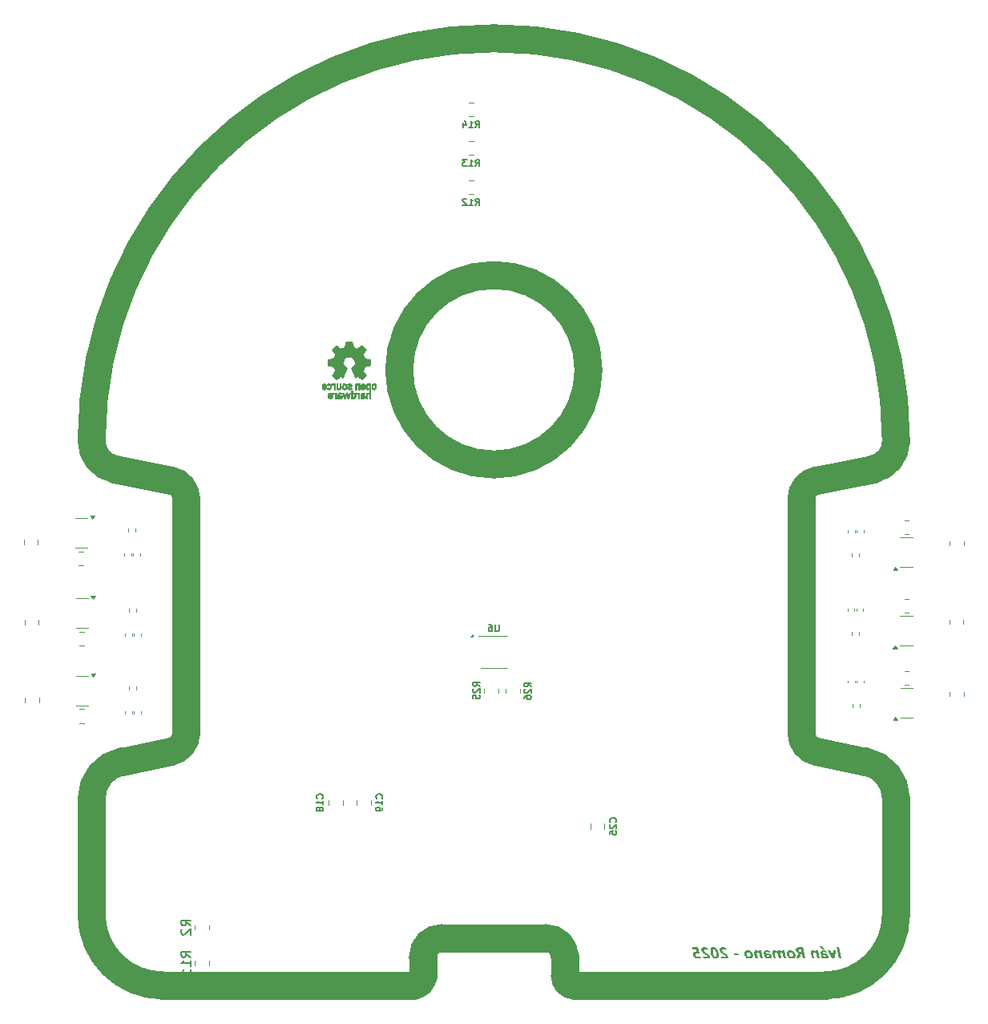
<source format=gbr>
%TF.GenerationSoftware,KiCad,Pcbnew,9.0.5*%
%TF.CreationDate,2025-10-14T23:48:04-03:00*%
%TF.ProjectId,RvMeg_V2,52764d65-675f-4563-922e-6b696361645f,V2.0*%
%TF.SameCoordinates,Original*%
%TF.FileFunction,Legend,Bot*%
%TF.FilePolarity,Positive*%
%FSLAX46Y46*%
G04 Gerber Fmt 4.6, Leading zero omitted, Abs format (unit mm)*
G04 Created by KiCad (PCBNEW 9.0.5) date 2025-10-14 23:48:04*
%MOMM*%
%LPD*%
G01*
G04 APERTURE LIST*
%ADD10C,3.000000*%
%ADD11C,0.250000*%
%ADD12C,0.150000*%
%ADD13C,0.120000*%
%ADD14C,0.010000*%
G04 APERTURE END LIST*
D10*
X105900000Y-123329217D02*
G75*
G02*
X109115534Y-119406878I4000000J17D01*
G01*
X114292232Y-89728446D02*
G75*
G02*
X115899993Y-91689607I-392232J-1961154D01*
G01*
X113400000Y-143050000D02*
X139899997Y-143050000D01*
X180900000Y-91689579D02*
G75*
G02*
X182507738Y-89728445I2000000J-21D01*
G01*
X156899964Y-143050000D02*
X183408654Y-143050000D01*
X180900000Y-116400480D02*
X180900000Y-91689579D01*
X187684422Y-119406884D02*
G75*
G02*
X190899985Y-123329216I-784422J-3922316D01*
G01*
X140900000Y-142049997D02*
X140900000Y-140049994D01*
X182507739Y-89728452D02*
X188498785Y-88530243D01*
X109115537Y-119406893D02*
X114292232Y-118371554D01*
X105900000Y-85550000D02*
X105900000Y-85590588D01*
X115900000Y-116410393D02*
G75*
G02*
X114292233Y-118371561I-2000000J-7D01*
G01*
X115900000Y-91689607D02*
X115900000Y-116410393D01*
X113400000Y-143050000D02*
G75*
G02*
X105900000Y-135549999I0J7500000D01*
G01*
X187684422Y-119406884D02*
X182507731Y-118371547D01*
X190900000Y-135549999D02*
G75*
G02*
X183408654Y-143049995I-7500000J-1D01*
G01*
X105900001Y-85590588D02*
X105900000Y-85590588D01*
X182507731Y-118371547D02*
G75*
G02*
X180899951Y-116400480I392169J1961147D01*
G01*
X114292232Y-89728446D02*
X108311651Y-88532330D01*
X153900004Y-138050000D02*
G75*
G02*
X155900000Y-140050000I-4J-2000000D01*
G01*
X190900000Y-85590579D02*
G75*
G02*
X188498784Y-88530236I-3000000J-21D01*
G01*
X190900000Y-135549999D02*
X190900000Y-123329216D01*
X108311651Y-88532330D02*
G75*
G02*
X105900012Y-85590588I588349J2941730D01*
G01*
X190900000Y-85550000D02*
X190900000Y-85590579D01*
X140900000Y-142049997D02*
G75*
G02*
X139899997Y-143050000I-1000000J-3D01*
G01*
X158400000Y-78050000D02*
G75*
G02*
X138400000Y-78050000I-10000000J0D01*
G01*
X138400000Y-78050000D02*
G75*
G02*
X158400000Y-78050000I10000000J0D01*
G01*
X142899995Y-138050000D02*
X153900004Y-138050000D01*
X155900000Y-140050000D02*
X155900000Y-142050000D01*
X140900000Y-140049994D02*
G75*
G02*
X142899995Y-138050000I2000000J-6D01*
G01*
X105900000Y-85550000D02*
G75*
G02*
X190900000Y-85550000I42500000J0D01*
G01*
X105900000Y-135549999D02*
X105900000Y-123329217D01*
X156899964Y-143050000D02*
G75*
G02*
X155900000Y-142050000I-64J999900D01*
G01*
D11*
G36*
X184859528Y-140196000D02*
G01*
X185118475Y-140196000D01*
X184873743Y-139018944D01*
X184614797Y-139018944D01*
X184859528Y-140196000D01*
G37*
G36*
X183654776Y-139356586D02*
G01*
X184134787Y-140196000D01*
X184423482Y-140196000D01*
X184539986Y-139356586D01*
X184269023Y-139356586D01*
X184233852Y-139873819D01*
X184231765Y-139958378D01*
X184236782Y-140023002D01*
X184233558Y-140023002D01*
X184211486Y-139961993D01*
X184173914Y-139878728D01*
X183919364Y-139356586D01*
X183654776Y-139356586D01*
G37*
G36*
X183299016Y-139342820D02*
G01*
X183393119Y-139359297D01*
X183484215Y-139383718D01*
X183548091Y-139408756D01*
X183588904Y-139605127D01*
X183510930Y-139564890D01*
X183435818Y-139537320D01*
X183362888Y-139521280D01*
X183291416Y-139516027D01*
X183235814Y-139522483D01*
X183200463Y-139539010D01*
X183179116Y-139563966D01*
X183169362Y-139599440D01*
X183173374Y-139650556D01*
X183402571Y-139680745D01*
X183499289Y-139700878D01*
X183576414Y-139732081D01*
X183637470Y-139773195D01*
X183685032Y-139824221D01*
X183720511Y-139886315D01*
X183744023Y-139961673D01*
X183751247Y-140019980D01*
X183747817Y-140068839D01*
X183735183Y-140110250D01*
X183713761Y-140145808D01*
X183684270Y-140174710D01*
X183646805Y-140196055D01*
X183599562Y-140209775D01*
X183540031Y-140214757D01*
X183462743Y-140206114D01*
X183392504Y-140180623D01*
X183327423Y-140137559D01*
X183266357Y-140074440D01*
X183263133Y-140074440D01*
X183288412Y-140196000D01*
X183048663Y-140196000D01*
X182966439Y-139800619D01*
X183204588Y-139800619D01*
X183216165Y-139856380D01*
X183231309Y-139904654D01*
X183254891Y-139946242D01*
X183287240Y-139982189D01*
X183326339Y-140010048D01*
X183368150Y-140026369D01*
X183413855Y-140031868D01*
X183460045Y-140024286D01*
X183489473Y-140004025D01*
X183505196Y-139973065D01*
X183504640Y-139932437D01*
X183488666Y-139890499D01*
X183460715Y-139858426D01*
X183418645Y-139834668D01*
X183357801Y-139820036D01*
X183204588Y-139800619D01*
X182966439Y-139800619D01*
X182944542Y-139695326D01*
X182932090Y-139602462D01*
X182935289Y-139529319D01*
X182950978Y-139471641D01*
X182977584Y-139425965D01*
X183015306Y-139389931D01*
X183066071Y-139362583D01*
X183133276Y-139344525D01*
X183221441Y-139337828D01*
X183299016Y-139342820D01*
G37*
G36*
X183354138Y-139215902D02*
G01*
X183171249Y-139215902D01*
X182865701Y-138953292D01*
X183091015Y-138953292D01*
X183354138Y-139215902D01*
G37*
G36*
X182034933Y-140196000D02*
G01*
X182287505Y-140196000D01*
X182190565Y-139729764D01*
X182181290Y-139648683D01*
X182189149Y-139595936D01*
X182208864Y-139562356D01*
X182239869Y-139542230D01*
X182286406Y-139534785D01*
X182328211Y-139540351D01*
X182367493Y-139557143D01*
X182405401Y-139586443D01*
X182436459Y-139623449D01*
X182459658Y-139666766D01*
X182475083Y-139717528D01*
X182574588Y-140196000D01*
X182827965Y-140196000D01*
X182653429Y-139356586D01*
X182400052Y-139356586D01*
X182427749Y-139489649D01*
X182424525Y-139489649D01*
X182371421Y-139433008D01*
X182315985Y-139390827D01*
X182257731Y-139361411D01*
X182195830Y-139343798D01*
X182129162Y-139337828D01*
X182056580Y-139345258D01*
X182002704Y-139365327D01*
X181962925Y-139396482D01*
X181934598Y-139439694D01*
X181917509Y-139498262D01*
X181913938Y-139577272D01*
X181928321Y-139683090D01*
X182034933Y-140196000D01*
G37*
G36*
X181324699Y-140196000D02*
G01*
X181065753Y-140196000D01*
X180972184Y-139745811D01*
X180902428Y-139745811D01*
X180879467Y-139748463D01*
X180860076Y-139756069D01*
X180826884Y-139785598D01*
X180799260Y-139831907D01*
X180773468Y-139893383D01*
X180657623Y-140196000D01*
X180360136Y-140196000D01*
X180505143Y-139848247D01*
X180530935Y-139792852D01*
X180562808Y-139739949D01*
X180600397Y-139696938D01*
X180621755Y-139680906D01*
X180644508Y-139670267D01*
X180643848Y-139666969D01*
X180583470Y-139646340D01*
X180527711Y-139619342D01*
X180476388Y-139585901D01*
X180431357Y-139547095D01*
X180392225Y-139502638D01*
X180359623Y-139453013D01*
X180334561Y-139398837D01*
X180317491Y-139339293D01*
X180314513Y-139313943D01*
X180592786Y-139313943D01*
X180597100Y-139372779D01*
X180612584Y-139420019D01*
X180638131Y-139461714D01*
X180674623Y-139498808D01*
X180717527Y-139526499D01*
X180765178Y-139543139D01*
X180818970Y-139548854D01*
X180931224Y-139548854D01*
X180861981Y-139215902D01*
X180744891Y-139215902D01*
X180675254Y-139223643D01*
X180631250Y-139243345D01*
X180604898Y-139272734D01*
X180592786Y-139313943D01*
X180314513Y-139313943D01*
X180308376Y-139261713D01*
X180314490Y-139199226D01*
X180333413Y-139148281D01*
X180364696Y-139106201D01*
X180409905Y-139071535D01*
X180472395Y-139044277D01*
X180556942Y-139025855D01*
X180669420Y-139018944D01*
X181079968Y-139018944D01*
X181324699Y-140196000D01*
G37*
G36*
X179823074Y-139345544D02*
G01*
X179915141Y-139367886D01*
X179998475Y-139404274D01*
X180074445Y-139454991D01*
X180140167Y-139518109D01*
X180193420Y-139592193D01*
X180234726Y-139678676D01*
X180263782Y-139779590D01*
X180276489Y-139881527D01*
X180270679Y-139966189D01*
X180249038Y-140037237D01*
X180212418Y-140097594D01*
X180172988Y-140137881D01*
X180125087Y-140169914D01*
X180067324Y-140193887D01*
X179997767Y-140209251D01*
X179914050Y-140214757D01*
X179811288Y-140206802D01*
X179719299Y-140183783D01*
X179636253Y-140146279D01*
X179560729Y-140093930D01*
X179495515Y-140029164D01*
X179442580Y-139953738D01*
X179401450Y-139866277D01*
X179372418Y-139764862D01*
X179362896Y-139687470D01*
X179621372Y-139687470D01*
X179631584Y-139769771D01*
X179655578Y-139854308D01*
X179685971Y-139916845D01*
X179721670Y-139961889D01*
X179762603Y-139992771D01*
X179809754Y-140011352D01*
X179865031Y-140017800D01*
X179922952Y-140010823D01*
X179963841Y-139992148D01*
X179992306Y-139962805D01*
X180010193Y-139920604D01*
X180016112Y-139860678D01*
X180005715Y-139776293D01*
X179984150Y-139701835D01*
X179955005Y-139643304D01*
X179918960Y-139597873D01*
X179873847Y-139562700D01*
X179823566Y-139541895D01*
X179766332Y-139534785D01*
X179710781Y-139541532D01*
X179671531Y-139559608D01*
X179644175Y-139588069D01*
X179626987Y-139629098D01*
X179621372Y-139687470D01*
X179362896Y-139687470D01*
X179360423Y-139667373D01*
X179366338Y-139585300D01*
X179387810Y-139515375D01*
X179424221Y-139454991D01*
X179463190Y-139414707D01*
X179510644Y-139382683D01*
X179567980Y-139358711D01*
X179637147Y-139343340D01*
X179720537Y-139337828D01*
X179823074Y-139345544D01*
G37*
G36*
X177970708Y-140196000D02*
G01*
X178223279Y-140196000D01*
X178123775Y-139717528D01*
X178115293Y-139641947D01*
X178123011Y-139592585D01*
X178142066Y-139560960D01*
X178172110Y-139541874D01*
X178217344Y-139534785D01*
X178256786Y-139540589D01*
X178294139Y-139558275D01*
X178330624Y-139589667D01*
X178360219Y-139628571D01*
X178382807Y-139673837D01*
X178398328Y-139726540D01*
X178495928Y-140196000D01*
X178749305Y-140196000D01*
X178648775Y-139712618D01*
X178640579Y-139639182D01*
X178648187Y-139591166D01*
X178666891Y-139560349D01*
X178696405Y-139541714D01*
X178740879Y-139534785D01*
X178782073Y-139540475D01*
X178819933Y-139557536D01*
X178855697Y-139587249D01*
X178884413Y-139624720D01*
X178907397Y-139671603D01*
X178924207Y-139729764D01*
X179021147Y-140196000D01*
X179274525Y-140196000D01*
X179099989Y-139356586D01*
X178846612Y-139356586D01*
X178873942Y-139488037D01*
X178870718Y-139488037D01*
X178811402Y-139428000D01*
X178737948Y-139379667D01*
X178683642Y-139356182D01*
X178629250Y-139342396D01*
X178574110Y-139337828D01*
X178506476Y-139344853D01*
X178455034Y-139364046D01*
X178415970Y-139394155D01*
X178387079Y-139436129D01*
X178368140Y-139492946D01*
X178313528Y-139435338D01*
X178256119Y-139392269D01*
X178195393Y-139362112D01*
X178130471Y-139343989D01*
X178060174Y-139337828D01*
X177988736Y-139345107D01*
X177935727Y-139364761D01*
X177896611Y-139395243D01*
X177868766Y-139437477D01*
X177851951Y-139494655D01*
X177848366Y-139571724D01*
X177862337Y-139674883D01*
X177970708Y-140196000D01*
G37*
G36*
X177303538Y-139342820D02*
G01*
X177397641Y-139359297D01*
X177488737Y-139383718D01*
X177552613Y-139408756D01*
X177593426Y-139605127D01*
X177515452Y-139564890D01*
X177440340Y-139537320D01*
X177367410Y-139521280D01*
X177295938Y-139516027D01*
X177240336Y-139522483D01*
X177204985Y-139539010D01*
X177183638Y-139563966D01*
X177173884Y-139599440D01*
X177177896Y-139650556D01*
X177407093Y-139680745D01*
X177503811Y-139700878D01*
X177580936Y-139732081D01*
X177641992Y-139773195D01*
X177689554Y-139824221D01*
X177725033Y-139886315D01*
X177748545Y-139961673D01*
X177755769Y-140019980D01*
X177752339Y-140068839D01*
X177739705Y-140110250D01*
X177718283Y-140145808D01*
X177688792Y-140174710D01*
X177651327Y-140196055D01*
X177604084Y-140209775D01*
X177544553Y-140214757D01*
X177467265Y-140206114D01*
X177397026Y-140180623D01*
X177331945Y-140137559D01*
X177270879Y-140074440D01*
X177267655Y-140074440D01*
X177292934Y-140196000D01*
X177053185Y-140196000D01*
X176970961Y-139800619D01*
X177209110Y-139800619D01*
X177220687Y-139856380D01*
X177235831Y-139904654D01*
X177259413Y-139946242D01*
X177291762Y-139982189D01*
X177330861Y-140010048D01*
X177372672Y-140026369D01*
X177418377Y-140031868D01*
X177464567Y-140024286D01*
X177493995Y-140004025D01*
X177509718Y-139973065D01*
X177509162Y-139932437D01*
X177493188Y-139890499D01*
X177465237Y-139858426D01*
X177423167Y-139834668D01*
X177362323Y-139820036D01*
X177209110Y-139800619D01*
X176970961Y-139800619D01*
X176949064Y-139695326D01*
X176936611Y-139602462D01*
X176939811Y-139529319D01*
X176955500Y-139471641D01*
X176982106Y-139425965D01*
X177019828Y-139389931D01*
X177070593Y-139362583D01*
X177137798Y-139344525D01*
X177225963Y-139337828D01*
X177303538Y-139342820D01*
G37*
G36*
X176039455Y-140196000D02*
G01*
X176292027Y-140196000D01*
X176195087Y-139729764D01*
X176185812Y-139648683D01*
X176193671Y-139595936D01*
X176213386Y-139562356D01*
X176244391Y-139542230D01*
X176290928Y-139534785D01*
X176332733Y-139540351D01*
X176372015Y-139557143D01*
X176409923Y-139586443D01*
X176440981Y-139623449D01*
X176464180Y-139666766D01*
X176479605Y-139717528D01*
X176579110Y-140196000D01*
X176832487Y-140196000D01*
X176657951Y-139356586D01*
X176404574Y-139356586D01*
X176432271Y-139489649D01*
X176429047Y-139489649D01*
X176375943Y-139433008D01*
X176320507Y-139390827D01*
X176262253Y-139361411D01*
X176200352Y-139343798D01*
X176133684Y-139337828D01*
X176061102Y-139345258D01*
X176007225Y-139365327D01*
X175967447Y-139396482D01*
X175939120Y-139439694D01*
X175922031Y-139498262D01*
X175918460Y-139577272D01*
X175932843Y-139683090D01*
X176039455Y-140196000D01*
G37*
G36*
X175338775Y-139345544D02*
G01*
X175430842Y-139367886D01*
X175514177Y-139404274D01*
X175590146Y-139454991D01*
X175655868Y-139518109D01*
X175709122Y-139592193D01*
X175750427Y-139678676D01*
X175779483Y-139779590D01*
X175792190Y-139881527D01*
X175786380Y-139966189D01*
X175764740Y-140037237D01*
X175728119Y-140097594D01*
X175688689Y-140137881D01*
X175640788Y-140169914D01*
X175583025Y-140193887D01*
X175513468Y-140209251D01*
X175429752Y-140214757D01*
X175326989Y-140206802D01*
X175235000Y-140183783D01*
X175151954Y-140146279D01*
X175076430Y-140093930D01*
X175011216Y-140029164D01*
X174958281Y-139953738D01*
X174917151Y-139866277D01*
X174888119Y-139764862D01*
X174878597Y-139687470D01*
X175137073Y-139687470D01*
X175147285Y-139769771D01*
X175171279Y-139854308D01*
X175201672Y-139916845D01*
X175237371Y-139961889D01*
X175278305Y-139992771D01*
X175325455Y-140011352D01*
X175380732Y-140017800D01*
X175438654Y-140010823D01*
X175479542Y-139992148D01*
X175508007Y-139962805D01*
X175525894Y-139920604D01*
X175531814Y-139860678D01*
X175521416Y-139776293D01*
X175499851Y-139701835D01*
X175470707Y-139643304D01*
X175434661Y-139597873D01*
X175389549Y-139562700D01*
X175339268Y-139541895D01*
X175282034Y-139534785D01*
X175226482Y-139541532D01*
X175187233Y-139559608D01*
X175159876Y-139588069D01*
X175142688Y-139629098D01*
X175137073Y-139687470D01*
X174878597Y-139687470D01*
X174876124Y-139667373D01*
X174882040Y-139585300D01*
X174903511Y-139515375D01*
X174939923Y-139454991D01*
X174978891Y-139414707D01*
X175026346Y-139382683D01*
X175083682Y-139358711D01*
X175152849Y-139343340D01*
X175236238Y-139337828D01*
X175338775Y-139345544D01*
G37*
G36*
X173806465Y-139839600D02*
G01*
X174245003Y-139839600D01*
X174206974Y-139656711D01*
X173768436Y-139656711D01*
X173806465Y-139839600D01*
G37*
G36*
X172903084Y-139980284D02*
G01*
X172415600Y-139980284D01*
X172460443Y-140196000D01*
X173225265Y-140196000D01*
X173206653Y-140106533D01*
X173181166Y-140020240D01*
X173143419Y-139944893D01*
X173095468Y-139876546D01*
X173042083Y-139816373D01*
X172983576Y-139762395D01*
X172923014Y-139715623D01*
X172805118Y-139636635D01*
X172701877Y-139566146D01*
X172623914Y-139499321D01*
X172593620Y-139465130D01*
X172571011Y-139432057D01*
X172554045Y-139396857D01*
X172543021Y-139359443D01*
X172538135Y-139309694D01*
X172544842Y-139272851D01*
X172561046Y-139245211D01*
X172586393Y-139225222D01*
X172624568Y-139211725D01*
X172680481Y-139206523D01*
X172751456Y-139213362D01*
X172825781Y-139234623D01*
X172904745Y-139272105D01*
X172989546Y-139328449D01*
X172942065Y-139099764D01*
X172854490Y-139055716D01*
X172765914Y-139024791D01*
X172675660Y-139006355D01*
X172582955Y-139000187D01*
X172498975Y-139006399D01*
X172431133Y-139023561D01*
X172371912Y-139052630D01*
X172327526Y-139090385D01*
X172295387Y-139137946D01*
X172276088Y-139195752D01*
X172270717Y-139259422D01*
X172279532Y-139333944D01*
X172301992Y-139411692D01*
X172334047Y-139478292D01*
X172375113Y-139538643D01*
X172422927Y-139593110D01*
X172476560Y-139642423D01*
X172535987Y-139687852D01*
X172663115Y-139771090D01*
X172748771Y-139826265D01*
X172822923Y-139880193D01*
X172876999Y-139932071D01*
X172894767Y-139957898D01*
X172903084Y-139980284D01*
G37*
G36*
X171671384Y-139006714D02*
G01*
X171747011Y-139025809D01*
X171817082Y-139057287D01*
X171882583Y-139101697D01*
X171944162Y-139160288D01*
X172007067Y-139242834D01*
X172063218Y-139345567D01*
X172111932Y-139471912D01*
X172151964Y-139625863D01*
X172175345Y-139774503D01*
X172179603Y-139892260D01*
X172168833Y-139984765D01*
X172146070Y-140056968D01*
X172113078Y-140112997D01*
X172070170Y-140155899D01*
X172016174Y-140187355D01*
X171948588Y-140207472D01*
X171863855Y-140214757D01*
X171784147Y-140208334D01*
X171710675Y-140189498D01*
X171642230Y-140158350D01*
X171577869Y-140114260D01*
X171516981Y-140055902D01*
X171454727Y-139973956D01*
X171399374Y-139872689D01*
X171351563Y-139748912D01*
X171312477Y-139598899D01*
X171288273Y-139446527D01*
X171283730Y-139336099D01*
X171542949Y-139336099D01*
X171546245Y-139444255D01*
X171572449Y-139607472D01*
X171612125Y-139763919D01*
X171653095Y-139872045D01*
X171693948Y-139943202D01*
X171734046Y-139986888D01*
X171773813Y-140010333D01*
X171814909Y-140017800D01*
X171855109Y-140010058D01*
X171885134Y-139987645D01*
X171907346Y-139947285D01*
X171920041Y-139880749D01*
X171917974Y-139776358D01*
X171893311Y-139619782D01*
X171852444Y-139459007D01*
X171810056Y-139347733D01*
X171767632Y-139274365D01*
X171725839Y-139229208D01*
X171684238Y-139204903D01*
X171641106Y-139197144D01*
X171603623Y-139204749D01*
X171575444Y-139227021D01*
X171554527Y-139267829D01*
X171542949Y-139336099D01*
X171283730Y-139336099D01*
X171283318Y-139326089D01*
X171293446Y-139231783D01*
X171315525Y-139158490D01*
X171347665Y-139101920D01*
X171389403Y-139058853D01*
X171441767Y-139027439D01*
X171507129Y-139007422D01*
X171588935Y-139000187D01*
X171671384Y-139006714D01*
G37*
G36*
X170971025Y-139980284D02*
G01*
X170483541Y-139980284D01*
X170528384Y-140196000D01*
X171293206Y-140196000D01*
X171274595Y-140106533D01*
X171249108Y-140020240D01*
X171211360Y-139944893D01*
X171163409Y-139876546D01*
X171110024Y-139816373D01*
X171051517Y-139762395D01*
X170990956Y-139715623D01*
X170873060Y-139636635D01*
X170769818Y-139566146D01*
X170691856Y-139499321D01*
X170661562Y-139465130D01*
X170638953Y-139432057D01*
X170621986Y-139396857D01*
X170610963Y-139359443D01*
X170606076Y-139309694D01*
X170612784Y-139272851D01*
X170628988Y-139245211D01*
X170654334Y-139225222D01*
X170692509Y-139211725D01*
X170748422Y-139206523D01*
X170819398Y-139213362D01*
X170893722Y-139234623D01*
X170972686Y-139272105D01*
X171057487Y-139328449D01*
X171010006Y-139099764D01*
X170922431Y-139055716D01*
X170833855Y-139024791D01*
X170743601Y-139006355D01*
X170650896Y-139000187D01*
X170566916Y-139006399D01*
X170499075Y-139023561D01*
X170439854Y-139052630D01*
X170395467Y-139090385D01*
X170363328Y-139137946D01*
X170344030Y-139195752D01*
X170338658Y-139259422D01*
X170347473Y-139333944D01*
X170369933Y-139411692D01*
X170401988Y-139478292D01*
X170443054Y-139538643D01*
X170490868Y-139593110D01*
X170544501Y-139642423D01*
X170603928Y-139687852D01*
X170731057Y-139771090D01*
X170816713Y-139826265D01*
X170890865Y-139880193D01*
X170944940Y-139932071D01*
X170962709Y-139957898D01*
X170971025Y-139980284D01*
G37*
G36*
X170273248Y-140163979D02*
G01*
X170227233Y-139942769D01*
X170155989Y-139984303D01*
X170078168Y-140009265D01*
X169991880Y-140017800D01*
X169926666Y-140011906D01*
X169871662Y-139995199D01*
X169824891Y-139968341D01*
X169785874Y-139931480D01*
X169757913Y-139887178D01*
X169740408Y-139833958D01*
X169735887Y-139779251D01*
X169745675Y-139737834D01*
X169768061Y-139705669D01*
X169804956Y-139680711D01*
X169861436Y-139663437D01*
X169944912Y-139656711D01*
X170037472Y-139659930D01*
X170153007Y-139670633D01*
X169974221Y-139018944D01*
X169365690Y-139018944D01*
X169410533Y-139234660D01*
X169825844Y-139234660D01*
X169889738Y-139464663D01*
X169782100Y-139459754D01*
X169693242Y-139466727D01*
X169623014Y-139485852D01*
X169567667Y-139515380D01*
X169524399Y-139554935D01*
X169492393Y-139604308D01*
X169473343Y-139661813D01*
X169467672Y-139729742D01*
X169477431Y-139811024D01*
X169502786Y-139896562D01*
X169540906Y-139972747D01*
X169592079Y-140040916D01*
X169657390Y-140101917D01*
X169731494Y-140150648D01*
X169813122Y-140185710D01*
X169903641Y-140207291D01*
X170004776Y-140214757D01*
X170114813Y-140208333D01*
X170203008Y-140190750D01*
X170273248Y-140163979D01*
G37*
D12*
X116354819Y-140057142D02*
X115878628Y-139723809D01*
X116354819Y-139485714D02*
X115354819Y-139485714D01*
X115354819Y-139485714D02*
X115354819Y-139866666D01*
X115354819Y-139866666D02*
X115402438Y-139961904D01*
X115402438Y-139961904D02*
X115450057Y-140009523D01*
X115450057Y-140009523D02*
X115545295Y-140057142D01*
X115545295Y-140057142D02*
X115688152Y-140057142D01*
X115688152Y-140057142D02*
X115783390Y-140009523D01*
X115783390Y-140009523D02*
X115831009Y-139961904D01*
X115831009Y-139961904D02*
X115878628Y-139866666D01*
X115878628Y-139866666D02*
X115878628Y-139485714D01*
X116354819Y-141009523D02*
X116354819Y-140438095D01*
X116354819Y-140723809D02*
X115354819Y-140723809D01*
X115354819Y-140723809D02*
X115497676Y-140628571D01*
X115497676Y-140628571D02*
X115592914Y-140533333D01*
X115592914Y-140533333D02*
X115640533Y-140438095D01*
X116354819Y-141961904D02*
X116354819Y-141390476D01*
X116354819Y-141676190D02*
X115354819Y-141676190D01*
X115354819Y-141676190D02*
X115497676Y-141580952D01*
X115497676Y-141580952D02*
X115592914Y-141485714D01*
X115592914Y-141485714D02*
X115640533Y-141390476D01*
X116354819Y-136733333D02*
X115878628Y-136400000D01*
X116354819Y-136161905D02*
X115354819Y-136161905D01*
X115354819Y-136161905D02*
X115354819Y-136542857D01*
X115354819Y-136542857D02*
X115402438Y-136638095D01*
X115402438Y-136638095D02*
X115450057Y-136685714D01*
X115450057Y-136685714D02*
X115545295Y-136733333D01*
X115545295Y-136733333D02*
X115688152Y-136733333D01*
X115688152Y-136733333D02*
X115783390Y-136685714D01*
X115783390Y-136685714D02*
X115831009Y-136638095D01*
X115831009Y-136638095D02*
X115878628Y-136542857D01*
X115878628Y-136542857D02*
X115878628Y-136161905D01*
X115450057Y-137114286D02*
X115402438Y-137161905D01*
X115402438Y-137161905D02*
X115354819Y-137257143D01*
X115354819Y-137257143D02*
X115354819Y-137495238D01*
X115354819Y-137495238D02*
X115402438Y-137590476D01*
X115402438Y-137590476D02*
X115450057Y-137638095D01*
X115450057Y-137638095D02*
X115545295Y-137685714D01*
X115545295Y-137685714D02*
X115640533Y-137685714D01*
X115640533Y-137685714D02*
X115783390Y-137638095D01*
X115783390Y-137638095D02*
X116354819Y-137066667D01*
X116354819Y-137066667D02*
X116354819Y-137685714D01*
X146916033Y-111449999D02*
X146582700Y-111216666D01*
X146916033Y-111049999D02*
X146216033Y-111049999D01*
X146216033Y-111049999D02*
X146216033Y-111316666D01*
X146216033Y-111316666D02*
X146249366Y-111383333D01*
X146249366Y-111383333D02*
X146282700Y-111416666D01*
X146282700Y-111416666D02*
X146349366Y-111449999D01*
X146349366Y-111449999D02*
X146449366Y-111449999D01*
X146449366Y-111449999D02*
X146516033Y-111416666D01*
X146516033Y-111416666D02*
X146549366Y-111383333D01*
X146549366Y-111383333D02*
X146582700Y-111316666D01*
X146582700Y-111316666D02*
X146582700Y-111049999D01*
X146282700Y-111716666D02*
X146249366Y-111749999D01*
X146249366Y-111749999D02*
X146216033Y-111816666D01*
X146216033Y-111816666D02*
X146216033Y-111983333D01*
X146216033Y-111983333D02*
X146249366Y-112049999D01*
X146249366Y-112049999D02*
X146282700Y-112083333D01*
X146282700Y-112083333D02*
X146349366Y-112116666D01*
X146349366Y-112116666D02*
X146416033Y-112116666D01*
X146416033Y-112116666D02*
X146516033Y-112083333D01*
X146516033Y-112083333D02*
X146916033Y-111683333D01*
X146916033Y-111683333D02*
X146916033Y-112116666D01*
X146216033Y-112750000D02*
X146216033Y-112416666D01*
X146216033Y-112416666D02*
X146549366Y-112383333D01*
X146549366Y-112383333D02*
X146516033Y-112416666D01*
X146516033Y-112416666D02*
X146482700Y-112483333D01*
X146482700Y-112483333D02*
X146482700Y-112650000D01*
X146482700Y-112650000D02*
X146516033Y-112716666D01*
X146516033Y-112716666D02*
X146549366Y-112750000D01*
X146549366Y-112750000D02*
X146616033Y-112783333D01*
X146616033Y-112783333D02*
X146782700Y-112783333D01*
X146782700Y-112783333D02*
X146849366Y-112750000D01*
X146849366Y-112750000D02*
X146882700Y-112716666D01*
X146882700Y-112716666D02*
X146916033Y-112650000D01*
X146916033Y-112650000D02*
X146916033Y-112483333D01*
X146916033Y-112483333D02*
X146882700Y-112416666D01*
X146882700Y-112416666D02*
X146849366Y-112383333D01*
X161279366Y-125799999D02*
X161312700Y-125766666D01*
X161312700Y-125766666D02*
X161346033Y-125666666D01*
X161346033Y-125666666D02*
X161346033Y-125599999D01*
X161346033Y-125599999D02*
X161312700Y-125499999D01*
X161312700Y-125499999D02*
X161246033Y-125433333D01*
X161246033Y-125433333D02*
X161179366Y-125399999D01*
X161179366Y-125399999D02*
X161046033Y-125366666D01*
X161046033Y-125366666D02*
X160946033Y-125366666D01*
X160946033Y-125366666D02*
X160812700Y-125399999D01*
X160812700Y-125399999D02*
X160746033Y-125433333D01*
X160746033Y-125433333D02*
X160679366Y-125499999D01*
X160679366Y-125499999D02*
X160646033Y-125599999D01*
X160646033Y-125599999D02*
X160646033Y-125666666D01*
X160646033Y-125666666D02*
X160679366Y-125766666D01*
X160679366Y-125766666D02*
X160712700Y-125799999D01*
X160712700Y-126066666D02*
X160679366Y-126099999D01*
X160679366Y-126099999D02*
X160646033Y-126166666D01*
X160646033Y-126166666D02*
X160646033Y-126333333D01*
X160646033Y-126333333D02*
X160679366Y-126399999D01*
X160679366Y-126399999D02*
X160712700Y-126433333D01*
X160712700Y-126433333D02*
X160779366Y-126466666D01*
X160779366Y-126466666D02*
X160846033Y-126466666D01*
X160846033Y-126466666D02*
X160946033Y-126433333D01*
X160946033Y-126433333D02*
X161346033Y-126033333D01*
X161346033Y-126033333D02*
X161346033Y-126466666D01*
X160646033Y-127100000D02*
X160646033Y-126766666D01*
X160646033Y-126766666D02*
X160979366Y-126733333D01*
X160979366Y-126733333D02*
X160946033Y-126766666D01*
X160946033Y-126766666D02*
X160912700Y-126833333D01*
X160912700Y-126833333D02*
X160912700Y-127000000D01*
X160912700Y-127000000D02*
X160946033Y-127066666D01*
X160946033Y-127066666D02*
X160979366Y-127100000D01*
X160979366Y-127100000D02*
X161046033Y-127133333D01*
X161046033Y-127133333D02*
X161212700Y-127133333D01*
X161212700Y-127133333D02*
X161279366Y-127100000D01*
X161279366Y-127100000D02*
X161312700Y-127066666D01*
X161312700Y-127066666D02*
X161346033Y-127000000D01*
X161346033Y-127000000D02*
X161346033Y-126833333D01*
X161346033Y-126833333D02*
X161312700Y-126766666D01*
X161312700Y-126766666D02*
X161279366Y-126733333D01*
X146450000Y-60666033D02*
X146683333Y-60332700D01*
X146850000Y-60666033D02*
X146850000Y-59966033D01*
X146850000Y-59966033D02*
X146583333Y-59966033D01*
X146583333Y-59966033D02*
X146516667Y-59999366D01*
X146516667Y-59999366D02*
X146483333Y-60032700D01*
X146483333Y-60032700D02*
X146450000Y-60099366D01*
X146450000Y-60099366D02*
X146450000Y-60199366D01*
X146450000Y-60199366D02*
X146483333Y-60266033D01*
X146483333Y-60266033D02*
X146516667Y-60299366D01*
X146516667Y-60299366D02*
X146583333Y-60332700D01*
X146583333Y-60332700D02*
X146850000Y-60332700D01*
X145783333Y-60666033D02*
X146183333Y-60666033D01*
X145983333Y-60666033D02*
X145983333Y-59966033D01*
X145983333Y-59966033D02*
X146050000Y-60066033D01*
X146050000Y-60066033D02*
X146116667Y-60132700D01*
X146116667Y-60132700D02*
X146183333Y-60166033D01*
X145516666Y-60032700D02*
X145483333Y-59999366D01*
X145483333Y-59999366D02*
X145416666Y-59966033D01*
X145416666Y-59966033D02*
X145250000Y-59966033D01*
X145250000Y-59966033D02*
X145183333Y-59999366D01*
X145183333Y-59999366D02*
X145150000Y-60032700D01*
X145150000Y-60032700D02*
X145116666Y-60099366D01*
X145116666Y-60099366D02*
X145116666Y-60166033D01*
X145116666Y-60166033D02*
X145150000Y-60266033D01*
X145150000Y-60266033D02*
X145550000Y-60666033D01*
X145550000Y-60666033D02*
X145116666Y-60666033D01*
X136579366Y-123299999D02*
X136612700Y-123266666D01*
X136612700Y-123266666D02*
X136646033Y-123166666D01*
X136646033Y-123166666D02*
X136646033Y-123099999D01*
X136646033Y-123099999D02*
X136612700Y-122999999D01*
X136612700Y-122999999D02*
X136546033Y-122933333D01*
X136546033Y-122933333D02*
X136479366Y-122899999D01*
X136479366Y-122899999D02*
X136346033Y-122866666D01*
X136346033Y-122866666D02*
X136246033Y-122866666D01*
X136246033Y-122866666D02*
X136112700Y-122899999D01*
X136112700Y-122899999D02*
X136046033Y-122933333D01*
X136046033Y-122933333D02*
X135979366Y-122999999D01*
X135979366Y-122999999D02*
X135946033Y-123099999D01*
X135946033Y-123099999D02*
X135946033Y-123166666D01*
X135946033Y-123166666D02*
X135979366Y-123266666D01*
X135979366Y-123266666D02*
X136012700Y-123299999D01*
X136646033Y-123966666D02*
X136646033Y-123566666D01*
X136646033Y-123766666D02*
X135946033Y-123766666D01*
X135946033Y-123766666D02*
X136046033Y-123699999D01*
X136046033Y-123699999D02*
X136112700Y-123633333D01*
X136112700Y-123633333D02*
X136146033Y-123566666D01*
X136646033Y-124300000D02*
X136646033Y-124433333D01*
X136646033Y-124433333D02*
X136612700Y-124500000D01*
X136612700Y-124500000D02*
X136579366Y-124533333D01*
X136579366Y-124533333D02*
X136479366Y-124600000D01*
X136479366Y-124600000D02*
X136346033Y-124633333D01*
X136346033Y-124633333D02*
X136079366Y-124633333D01*
X136079366Y-124633333D02*
X136012700Y-124600000D01*
X136012700Y-124600000D02*
X135979366Y-124566666D01*
X135979366Y-124566666D02*
X135946033Y-124500000D01*
X135946033Y-124500000D02*
X135946033Y-124366666D01*
X135946033Y-124366666D02*
X135979366Y-124300000D01*
X135979366Y-124300000D02*
X136012700Y-124266666D01*
X136012700Y-124266666D02*
X136079366Y-124233333D01*
X136079366Y-124233333D02*
X136246033Y-124233333D01*
X136246033Y-124233333D02*
X136312700Y-124266666D01*
X136312700Y-124266666D02*
X136346033Y-124300000D01*
X136346033Y-124300000D02*
X136379366Y-124366666D01*
X136379366Y-124366666D02*
X136379366Y-124500000D01*
X136379366Y-124500000D02*
X136346033Y-124566666D01*
X136346033Y-124566666D02*
X136312700Y-124600000D01*
X136312700Y-124600000D02*
X136246033Y-124633333D01*
X130299366Y-123299999D02*
X130332700Y-123266666D01*
X130332700Y-123266666D02*
X130366033Y-123166666D01*
X130366033Y-123166666D02*
X130366033Y-123099999D01*
X130366033Y-123099999D02*
X130332700Y-122999999D01*
X130332700Y-122999999D02*
X130266033Y-122933333D01*
X130266033Y-122933333D02*
X130199366Y-122899999D01*
X130199366Y-122899999D02*
X130066033Y-122866666D01*
X130066033Y-122866666D02*
X129966033Y-122866666D01*
X129966033Y-122866666D02*
X129832700Y-122899999D01*
X129832700Y-122899999D02*
X129766033Y-122933333D01*
X129766033Y-122933333D02*
X129699366Y-122999999D01*
X129699366Y-122999999D02*
X129666033Y-123099999D01*
X129666033Y-123099999D02*
X129666033Y-123166666D01*
X129666033Y-123166666D02*
X129699366Y-123266666D01*
X129699366Y-123266666D02*
X129732700Y-123299999D01*
X130366033Y-123966666D02*
X130366033Y-123566666D01*
X130366033Y-123766666D02*
X129666033Y-123766666D01*
X129666033Y-123766666D02*
X129766033Y-123699999D01*
X129766033Y-123699999D02*
X129832700Y-123633333D01*
X129832700Y-123633333D02*
X129866033Y-123566666D01*
X129966033Y-124366666D02*
X129932700Y-124300000D01*
X129932700Y-124300000D02*
X129899366Y-124266666D01*
X129899366Y-124266666D02*
X129832700Y-124233333D01*
X129832700Y-124233333D02*
X129799366Y-124233333D01*
X129799366Y-124233333D02*
X129732700Y-124266666D01*
X129732700Y-124266666D02*
X129699366Y-124300000D01*
X129699366Y-124300000D02*
X129666033Y-124366666D01*
X129666033Y-124366666D02*
X129666033Y-124500000D01*
X129666033Y-124500000D02*
X129699366Y-124566666D01*
X129699366Y-124566666D02*
X129732700Y-124600000D01*
X129732700Y-124600000D02*
X129799366Y-124633333D01*
X129799366Y-124633333D02*
X129832700Y-124633333D01*
X129832700Y-124633333D02*
X129899366Y-124600000D01*
X129899366Y-124600000D02*
X129932700Y-124566666D01*
X129932700Y-124566666D02*
X129966033Y-124500000D01*
X129966033Y-124500000D02*
X129966033Y-124366666D01*
X129966033Y-124366666D02*
X129999366Y-124300000D01*
X129999366Y-124300000D02*
X130032700Y-124266666D01*
X130032700Y-124266666D02*
X130099366Y-124233333D01*
X130099366Y-124233333D02*
X130232700Y-124233333D01*
X130232700Y-124233333D02*
X130299366Y-124266666D01*
X130299366Y-124266666D02*
X130332700Y-124300000D01*
X130332700Y-124300000D02*
X130366033Y-124366666D01*
X130366033Y-124366666D02*
X130366033Y-124500000D01*
X130366033Y-124500000D02*
X130332700Y-124566666D01*
X130332700Y-124566666D02*
X130299366Y-124600000D01*
X130299366Y-124600000D02*
X130232700Y-124633333D01*
X130232700Y-124633333D02*
X130099366Y-124633333D01*
X130099366Y-124633333D02*
X130032700Y-124600000D01*
X130032700Y-124600000D02*
X129999366Y-124566666D01*
X129999366Y-124566666D02*
X129966033Y-124500000D01*
X146450000Y-56566033D02*
X146683333Y-56232700D01*
X146850000Y-56566033D02*
X146850000Y-55866033D01*
X146850000Y-55866033D02*
X146583333Y-55866033D01*
X146583333Y-55866033D02*
X146516667Y-55899366D01*
X146516667Y-55899366D02*
X146483333Y-55932700D01*
X146483333Y-55932700D02*
X146450000Y-55999366D01*
X146450000Y-55999366D02*
X146450000Y-56099366D01*
X146450000Y-56099366D02*
X146483333Y-56166033D01*
X146483333Y-56166033D02*
X146516667Y-56199366D01*
X146516667Y-56199366D02*
X146583333Y-56232700D01*
X146583333Y-56232700D02*
X146850000Y-56232700D01*
X145783333Y-56566033D02*
X146183333Y-56566033D01*
X145983333Y-56566033D02*
X145983333Y-55866033D01*
X145983333Y-55866033D02*
X146050000Y-55966033D01*
X146050000Y-55966033D02*
X146116667Y-56032700D01*
X146116667Y-56032700D02*
X146183333Y-56066033D01*
X145550000Y-55866033D02*
X145116666Y-55866033D01*
X145116666Y-55866033D02*
X145350000Y-56132700D01*
X145350000Y-56132700D02*
X145250000Y-56132700D01*
X145250000Y-56132700D02*
X145183333Y-56166033D01*
X145183333Y-56166033D02*
X145150000Y-56199366D01*
X145150000Y-56199366D02*
X145116666Y-56266033D01*
X145116666Y-56266033D02*
X145116666Y-56432700D01*
X145116666Y-56432700D02*
X145150000Y-56499366D01*
X145150000Y-56499366D02*
X145183333Y-56532700D01*
X145183333Y-56532700D02*
X145250000Y-56566033D01*
X145250000Y-56566033D02*
X145450000Y-56566033D01*
X145450000Y-56566033D02*
X145516666Y-56532700D01*
X145516666Y-56532700D02*
X145550000Y-56499366D01*
X146450000Y-52466033D02*
X146683333Y-52132700D01*
X146850000Y-52466033D02*
X146850000Y-51766033D01*
X146850000Y-51766033D02*
X146583333Y-51766033D01*
X146583333Y-51766033D02*
X146516667Y-51799366D01*
X146516667Y-51799366D02*
X146483333Y-51832700D01*
X146483333Y-51832700D02*
X146450000Y-51899366D01*
X146450000Y-51899366D02*
X146450000Y-51999366D01*
X146450000Y-51999366D02*
X146483333Y-52066033D01*
X146483333Y-52066033D02*
X146516667Y-52099366D01*
X146516667Y-52099366D02*
X146583333Y-52132700D01*
X146583333Y-52132700D02*
X146850000Y-52132700D01*
X145783333Y-52466033D02*
X146183333Y-52466033D01*
X145983333Y-52466033D02*
X145983333Y-51766033D01*
X145983333Y-51766033D02*
X146050000Y-51866033D01*
X146050000Y-51866033D02*
X146116667Y-51932700D01*
X146116667Y-51932700D02*
X146183333Y-51966033D01*
X145183333Y-51999366D02*
X145183333Y-52466033D01*
X145350000Y-51732700D02*
X145516666Y-52232700D01*
X145516666Y-52232700D02*
X145083333Y-52232700D01*
X148933333Y-104966033D02*
X148933333Y-105532700D01*
X148933333Y-105532700D02*
X148900000Y-105599366D01*
X148900000Y-105599366D02*
X148866666Y-105632700D01*
X148866666Y-105632700D02*
X148800000Y-105666033D01*
X148800000Y-105666033D02*
X148666666Y-105666033D01*
X148666666Y-105666033D02*
X148600000Y-105632700D01*
X148600000Y-105632700D02*
X148566666Y-105599366D01*
X148566666Y-105599366D02*
X148533333Y-105532700D01*
X148533333Y-105532700D02*
X148533333Y-104966033D01*
X147900000Y-104966033D02*
X148033333Y-104966033D01*
X148033333Y-104966033D02*
X148100000Y-104999366D01*
X148100000Y-104999366D02*
X148133333Y-105032700D01*
X148133333Y-105032700D02*
X148200000Y-105132700D01*
X148200000Y-105132700D02*
X148233333Y-105266033D01*
X148233333Y-105266033D02*
X148233333Y-105532700D01*
X148233333Y-105532700D02*
X148200000Y-105599366D01*
X148200000Y-105599366D02*
X148166667Y-105632700D01*
X148166667Y-105632700D02*
X148100000Y-105666033D01*
X148100000Y-105666033D02*
X147966667Y-105666033D01*
X147966667Y-105666033D02*
X147900000Y-105632700D01*
X147900000Y-105632700D02*
X147866667Y-105599366D01*
X147866667Y-105599366D02*
X147833333Y-105532700D01*
X147833333Y-105532700D02*
X147833333Y-105366033D01*
X147833333Y-105366033D02*
X147866667Y-105299366D01*
X147866667Y-105299366D02*
X147900000Y-105266033D01*
X147900000Y-105266033D02*
X147966667Y-105232700D01*
X147966667Y-105232700D02*
X148100000Y-105232700D01*
X148100000Y-105232700D02*
X148166667Y-105266033D01*
X148166667Y-105266033D02*
X148200000Y-105299366D01*
X148200000Y-105299366D02*
X148233333Y-105366033D01*
X152316033Y-111499999D02*
X151982700Y-111266666D01*
X152316033Y-111099999D02*
X151616033Y-111099999D01*
X151616033Y-111099999D02*
X151616033Y-111366666D01*
X151616033Y-111366666D02*
X151649366Y-111433333D01*
X151649366Y-111433333D02*
X151682700Y-111466666D01*
X151682700Y-111466666D02*
X151749366Y-111499999D01*
X151749366Y-111499999D02*
X151849366Y-111499999D01*
X151849366Y-111499999D02*
X151916033Y-111466666D01*
X151916033Y-111466666D02*
X151949366Y-111433333D01*
X151949366Y-111433333D02*
X151982700Y-111366666D01*
X151982700Y-111366666D02*
X151982700Y-111099999D01*
X151682700Y-111766666D02*
X151649366Y-111799999D01*
X151649366Y-111799999D02*
X151616033Y-111866666D01*
X151616033Y-111866666D02*
X151616033Y-112033333D01*
X151616033Y-112033333D02*
X151649366Y-112099999D01*
X151649366Y-112099999D02*
X151682700Y-112133333D01*
X151682700Y-112133333D02*
X151749366Y-112166666D01*
X151749366Y-112166666D02*
X151816033Y-112166666D01*
X151816033Y-112166666D02*
X151916033Y-112133333D01*
X151916033Y-112133333D02*
X152316033Y-111733333D01*
X152316033Y-111733333D02*
X152316033Y-112166666D01*
X151616033Y-112766666D02*
X151616033Y-112633333D01*
X151616033Y-112633333D02*
X151649366Y-112566666D01*
X151649366Y-112566666D02*
X151682700Y-112533333D01*
X151682700Y-112533333D02*
X151782700Y-112466666D01*
X151782700Y-112466666D02*
X151916033Y-112433333D01*
X151916033Y-112433333D02*
X152182700Y-112433333D01*
X152182700Y-112433333D02*
X152249366Y-112466666D01*
X152249366Y-112466666D02*
X152282700Y-112500000D01*
X152282700Y-112500000D02*
X152316033Y-112566666D01*
X152316033Y-112566666D02*
X152316033Y-112700000D01*
X152316033Y-112700000D02*
X152282700Y-112766666D01*
X152282700Y-112766666D02*
X152249366Y-112800000D01*
X152249366Y-112800000D02*
X152182700Y-112833333D01*
X152182700Y-112833333D02*
X152016033Y-112833333D01*
X152016033Y-112833333D02*
X151949366Y-112800000D01*
X151949366Y-112800000D02*
X151916033Y-112766666D01*
X151916033Y-112766666D02*
X151882700Y-112700000D01*
X151882700Y-112700000D02*
X151882700Y-112566666D01*
X151882700Y-112566666D02*
X151916033Y-112500000D01*
X151916033Y-112500000D02*
X151949366Y-112466666D01*
X151949366Y-112466666D02*
X152016033Y-112433333D01*
D13*
%TO.C,R11*%
X116815000Y-140472936D02*
X116815000Y-140927064D01*
X118285000Y-140472936D02*
X118285000Y-140927064D01*
%TO.C,R2*%
X116815000Y-136672936D02*
X116815000Y-137127064D01*
X118285000Y-136672936D02*
X118285000Y-137127064D01*
%TO.C,RS10*%
X192277062Y-109839999D02*
X191822934Y-109839999D01*
X192277062Y-111309999D02*
X191822934Y-111309999D01*
%TO.C,CS8*%
X185815000Y-110859165D02*
X185815000Y-111090835D01*
X186535000Y-110859165D02*
X186535000Y-111090835D01*
%TO.C,RS12*%
X186269999Y-113357379D02*
X186269999Y-113692621D01*
X187030001Y-113357379D02*
X187030001Y-113692621D01*
%TO.C,MOSFET-N4*%
X191350000Y-111665000D02*
X192000000Y-111664999D01*
X191350000Y-114785000D02*
X192000000Y-114785001D01*
X192650000Y-111665000D02*
X192000000Y-111664999D01*
X192650000Y-114785000D02*
X192000000Y-114785001D01*
X191077500Y-115064999D02*
X190597500Y-115065000D01*
X190837500Y-114735000D01*
X191077500Y-115064999D01*
G36*
X191077500Y-115064999D02*
G01*
X190597500Y-115065000D01*
X190837500Y-114735000D01*
X191077500Y-115064999D01*
G37*
%TO.C,RS8*%
X196590000Y-112510502D02*
X196590000Y-112056374D01*
X198060000Y-112510502D02*
X198060000Y-112056374D01*
%TO.C,CS7*%
X186740000Y-110859164D02*
X186740000Y-111090834D01*
X187460000Y-110859164D02*
X187460000Y-111090834D01*
%TO.C,CS8*%
X110389999Y-114330834D02*
X110389999Y-114099164D01*
X111109999Y-114330834D02*
X111109999Y-114099164D01*
%TO.C,CS7*%
X186715000Y-103259164D02*
X186715000Y-103490834D01*
X187435000Y-103259164D02*
X187435000Y-103490834D01*
%TO.C,CS8*%
X185810078Y-94964243D02*
X185810078Y-95195913D01*
X186530078Y-94964243D02*
X186530078Y-95195913D01*
%TO.C,CS7*%
X109464999Y-114330835D02*
X109464999Y-114099165D01*
X110184999Y-114330835D02*
X110184999Y-114099165D01*
%TO.C,RS10*%
X104627859Y-105684922D02*
X105081987Y-105684922D01*
X104627859Y-107154922D02*
X105081987Y-107154922D01*
%TO.C,RS8*%
X98770000Y-96014831D02*
X98770000Y-96468959D01*
X100240000Y-96014831D02*
X100240000Y-96468959D01*
%TO.C,CS7*%
X109370000Y-97666169D02*
X109370000Y-97434499D01*
X110090000Y-97666169D02*
X110090000Y-97434499D01*
%TO.C,MOSFET-N4*%
X191345078Y-95770078D02*
X191995078Y-95770077D01*
X191345078Y-98890078D02*
X191995078Y-98890079D01*
X192645078Y-95770078D02*
X191995078Y-95770077D01*
X192645078Y-98890078D02*
X191995078Y-98890079D01*
X191072578Y-99170077D02*
X190592578Y-99170078D01*
X190832578Y-98840078D01*
X191072578Y-99170077D01*
G36*
X191072578Y-99170077D02*
G01*
X190592578Y-99170078D01*
X190832578Y-98840078D01*
X191072578Y-99170077D01*
G37*
%TO.C,RS12*%
X109874920Y-103637542D02*
X109874920Y-103302300D01*
X110634922Y-103637542D02*
X110634922Y-103302300D01*
D14*
%TO.C,REF\u002A\u002A*%
X131387128Y-79503945D02*
X131417954Y-79513568D01*
X131455916Y-79529563D01*
X131474296Y-79538159D01*
X131487561Y-79539713D01*
X131490495Y-79527798D01*
X131490498Y-79527461D01*
X131496709Y-79516087D01*
X131518131Y-79510256D01*
X131559653Y-79508614D01*
X131628812Y-79508614D01*
X131628812Y-80112179D01*
X131490495Y-80112179D01*
X131490495Y-79696027D01*
X131456110Y-79664161D01*
X131445368Y-79655104D01*
X131413370Y-79639630D01*
X131373965Y-79639010D01*
X131320312Y-79652664D01*
X131302225Y-79653529D01*
X131281008Y-79640283D01*
X131252768Y-79608800D01*
X131239069Y-79591385D01*
X131222868Y-79566797D01*
X131220371Y-79551145D01*
X131229442Y-79537941D01*
X131257289Y-79521245D01*
X131300540Y-79508030D01*
X131347464Y-79501478D01*
X131387128Y-79503945D01*
G36*
X131387128Y-79503945D02*
G01*
X131417954Y-79513568D01*
X131455916Y-79529563D01*
X131474296Y-79538159D01*
X131487561Y-79539713D01*
X131490495Y-79527798D01*
X131490498Y-79527461D01*
X131496709Y-79516087D01*
X131518131Y-79510256D01*
X131559653Y-79508614D01*
X131628812Y-79508614D01*
X131628812Y-80112179D01*
X131490495Y-80112179D01*
X131490495Y-79696027D01*
X131456110Y-79664161D01*
X131445368Y-79655104D01*
X131413370Y-79639630D01*
X131373965Y-79639010D01*
X131320312Y-79652664D01*
X131302225Y-79653529D01*
X131281008Y-79640283D01*
X131252768Y-79608800D01*
X131239069Y-79591385D01*
X131222868Y-79566797D01*
X131220371Y-79551145D01*
X131229442Y-79537941D01*
X131257289Y-79521245D01*
X131300540Y-79508030D01*
X131347464Y-79501478D01*
X131387128Y-79503945D01*
G37*
X131570265Y-80459965D02*
X131608255Y-80477745D01*
X131641386Y-80503806D01*
X131641386Y-80477745D01*
X131642211Y-80467849D01*
X131649893Y-80457358D01*
X131670667Y-80452725D01*
X131710544Y-80451683D01*
X131779703Y-80451683D01*
X131779703Y-81067822D01*
X131641386Y-81067822D01*
X131641386Y-80867226D01*
X131641369Y-80855710D01*
X131640189Y-80774758D01*
X131637294Y-80708817D01*
X131632888Y-80661258D01*
X131627181Y-80635452D01*
X131621940Y-80625710D01*
X131589676Y-80595156D01*
X131545730Y-80581631D01*
X131497743Y-80587941D01*
X131485973Y-80592217D01*
X131460898Y-80599776D01*
X131443762Y-80597428D01*
X131426518Y-80582064D01*
X131401124Y-80550571D01*
X131359936Y-80498568D01*
X131388886Y-80475125D01*
X131416405Y-80461015D01*
X131464745Y-80451486D01*
X131519230Y-80451174D01*
X131570265Y-80459965D01*
G36*
X131570265Y-80459965D02*
G01*
X131608255Y-80477745D01*
X131641386Y-80503806D01*
X131641386Y-80477745D01*
X131642211Y-80467849D01*
X131649893Y-80457358D01*
X131670667Y-80452725D01*
X131710544Y-80451683D01*
X131779703Y-80451683D01*
X131779703Y-81067822D01*
X131641386Y-81067822D01*
X131641386Y-80867226D01*
X131641369Y-80855710D01*
X131640189Y-80774758D01*
X131637294Y-80708817D01*
X131632888Y-80661258D01*
X131627181Y-80635452D01*
X131621940Y-80625710D01*
X131589676Y-80595156D01*
X131545730Y-80581631D01*
X131497743Y-80587941D01*
X131485973Y-80592217D01*
X131460898Y-80599776D01*
X131443762Y-80597428D01*
X131426518Y-80582064D01*
X131401124Y-80550571D01*
X131359936Y-80498568D01*
X131388886Y-80475125D01*
X131416405Y-80461015D01*
X131464745Y-80451486D01*
X131519230Y-80451174D01*
X131570265Y-80459965D01*
G37*
X134193960Y-81067822D02*
X134068218Y-81067822D01*
X134068218Y-80873740D01*
X134068078Y-80828594D01*
X134066649Y-80753823D01*
X134063029Y-80698467D01*
X134056434Y-80658702D01*
X134046079Y-80630700D01*
X134031178Y-80610635D01*
X134010946Y-80594681D01*
X133988859Y-80582792D01*
X133962705Y-80579421D01*
X133925508Y-80586917D01*
X133913555Y-80590038D01*
X133883718Y-80594735D01*
X133862383Y-80588005D01*
X133837655Y-80567177D01*
X133832963Y-80562647D01*
X133807020Y-80534626D01*
X133790291Y-80511843D01*
X133787996Y-80506355D01*
X133792543Y-80486088D01*
X133815602Y-80469884D01*
X133851995Y-80458513D01*
X133896544Y-80452740D01*
X133944072Y-80453334D01*
X133989400Y-80461063D01*
X134027351Y-80476694D01*
X134039381Y-80483993D01*
X134059632Y-80494676D01*
X134067129Y-80492230D01*
X134068218Y-80476647D01*
X134068473Y-80471053D01*
X134074539Y-80458660D01*
X134093356Y-80453020D01*
X134131089Y-80451683D01*
X134193960Y-80451683D01*
X134193960Y-81067822D01*
G36*
X134193960Y-81067822D02*
G01*
X134068218Y-81067822D01*
X134068218Y-80873740D01*
X134068078Y-80828594D01*
X134066649Y-80753823D01*
X134063029Y-80698467D01*
X134056434Y-80658702D01*
X134046079Y-80630700D01*
X134031178Y-80610635D01*
X134010946Y-80594681D01*
X133988859Y-80582792D01*
X133962705Y-80579421D01*
X133925508Y-80586917D01*
X133913555Y-80590038D01*
X133883718Y-80594735D01*
X133862383Y-80588005D01*
X133837655Y-80567177D01*
X133832963Y-80562647D01*
X133807020Y-80534626D01*
X133790291Y-80511843D01*
X133787996Y-80506355D01*
X133792543Y-80486088D01*
X133815602Y-80469884D01*
X133851995Y-80458513D01*
X133896544Y-80452740D01*
X133944072Y-80453334D01*
X133989400Y-80461063D01*
X134027351Y-80476694D01*
X134039381Y-80483993D01*
X134059632Y-80494676D01*
X134067129Y-80492230D01*
X134068218Y-80476647D01*
X134068473Y-80471053D01*
X134074539Y-80458660D01*
X134093356Y-80453020D01*
X134131089Y-80451683D01*
X134193960Y-80451683D01*
X134193960Y-81067822D01*
G37*
X131880297Y-79704342D02*
X131881357Y-79792394D01*
X131885509Y-79863510D01*
X131893921Y-79915199D01*
X131907757Y-79950360D01*
X131928182Y-79971889D01*
X131956364Y-79982682D01*
X131993465Y-79985636D01*
X132028890Y-79983000D01*
X132057500Y-79972679D01*
X132078296Y-79951772D01*
X132092442Y-79917381D01*
X132101103Y-79866610D01*
X132105445Y-79796563D01*
X132106633Y-79704342D01*
X132106633Y-79508614D01*
X132232376Y-79508614D01*
X132232376Y-79744578D01*
X132232160Y-79807561D01*
X132230484Y-79889007D01*
X132226277Y-79951121D01*
X132218521Y-79997458D01*
X132206196Y-80031573D01*
X132188285Y-80057022D01*
X132163767Y-80077362D01*
X132131623Y-80096147D01*
X132064125Y-80119928D01*
X131993681Y-80121480D01*
X131927264Y-80099580D01*
X131898286Y-80085383D01*
X131883909Y-80083261D01*
X131880297Y-80093293D01*
X131874299Y-80104556D01*
X131852830Y-80110489D01*
X131811138Y-80112179D01*
X131741980Y-80112179D01*
X131741980Y-79508614D01*
X131880297Y-79508614D01*
X131880297Y-79704342D01*
G36*
X131880297Y-79704342D02*
G01*
X131881357Y-79792394D01*
X131885509Y-79863510D01*
X131893921Y-79915199D01*
X131907757Y-79950360D01*
X131928182Y-79971889D01*
X131956364Y-79982682D01*
X131993465Y-79985636D01*
X132028890Y-79983000D01*
X132057500Y-79972679D01*
X132078296Y-79951772D01*
X132092442Y-79917381D01*
X132101103Y-79866610D01*
X132105445Y-79796563D01*
X132106633Y-79704342D01*
X132106633Y-79508614D01*
X132232376Y-79508614D01*
X132232376Y-79744578D01*
X132232160Y-79807561D01*
X132230484Y-79889007D01*
X132226277Y-79951121D01*
X132218521Y-79997458D01*
X132206196Y-80031573D01*
X132188285Y-80057022D01*
X132163767Y-80077362D01*
X132131623Y-80096147D01*
X132064125Y-80119928D01*
X131993681Y-80121480D01*
X131927264Y-80099580D01*
X131898286Y-80085383D01*
X131883909Y-80083261D01*
X131880297Y-80093293D01*
X131874299Y-80104556D01*
X131852830Y-80110489D01*
X131811138Y-80112179D01*
X131741980Y-80112179D01*
X131741980Y-79508614D01*
X131880297Y-79508614D01*
X131880297Y-79704342D01*
G37*
X133982605Y-79507424D02*
X134039926Y-79525434D01*
X134065199Y-79537674D01*
X134077910Y-79538938D01*
X134080792Y-79527798D01*
X134080795Y-79527461D01*
X134087006Y-79516087D01*
X134108428Y-79510256D01*
X134149950Y-79508614D01*
X134219109Y-79508614D01*
X134219109Y-80112179D01*
X134080792Y-80112179D01*
X134080792Y-79904132D01*
X134080697Y-79833879D01*
X134080051Y-79776170D01*
X134078320Y-79735787D01*
X134074974Y-79708615D01*
X134069481Y-79690540D01*
X134061310Y-79677447D01*
X134049928Y-79665221D01*
X134034424Y-79652217D01*
X133989843Y-79634745D01*
X133943047Y-79639873D01*
X133900180Y-79667507D01*
X133887927Y-79680368D01*
X133879132Y-79693384D01*
X133873233Y-79710706D01*
X133869651Y-79736501D01*
X133867809Y-79774939D01*
X133867128Y-79830189D01*
X133867030Y-79906418D01*
X133867030Y-80112179D01*
X133728713Y-80112179D01*
X133728989Y-79888985D01*
X133729008Y-79879044D01*
X133730207Y-79784106D01*
X133733891Y-79710358D01*
X133741006Y-79654214D01*
X133752500Y-79612087D01*
X133769318Y-79580391D01*
X133792409Y-79555541D01*
X133822717Y-79533950D01*
X133854012Y-79519002D01*
X133917037Y-79505421D01*
X133982605Y-79507424D01*
G36*
X133982605Y-79507424D02*
G01*
X134039926Y-79525434D01*
X134065199Y-79537674D01*
X134077910Y-79538938D01*
X134080792Y-79527798D01*
X134080795Y-79527461D01*
X134087006Y-79516087D01*
X134108428Y-79510256D01*
X134149950Y-79508614D01*
X134219109Y-79508614D01*
X134219109Y-80112179D01*
X134080792Y-80112179D01*
X134080792Y-79904132D01*
X134080697Y-79833879D01*
X134080051Y-79776170D01*
X134078320Y-79735787D01*
X134074974Y-79708615D01*
X134069481Y-79690540D01*
X134061310Y-79677447D01*
X134049928Y-79665221D01*
X134034424Y-79652217D01*
X133989843Y-79634745D01*
X133943047Y-79639873D01*
X133900180Y-79667507D01*
X133887927Y-79680368D01*
X133879132Y-79693384D01*
X133873233Y-79710706D01*
X133869651Y-79736501D01*
X133867809Y-79774939D01*
X133867128Y-79830189D01*
X133867030Y-79906418D01*
X133867030Y-80112179D01*
X133728713Y-80112179D01*
X133728989Y-79888985D01*
X133729008Y-79879044D01*
X133730207Y-79784106D01*
X133733891Y-79710358D01*
X133741006Y-79654214D01*
X133752500Y-79612087D01*
X133769318Y-79580391D01*
X133792409Y-79555541D01*
X133822717Y-79533950D01*
X133854012Y-79519002D01*
X133917037Y-79505421D01*
X133982605Y-79507424D01*
G37*
X131033409Y-79511493D02*
X131102021Y-79538224D01*
X131160048Y-79582351D01*
X131202907Y-79642958D01*
X131205801Y-79649137D01*
X131224176Y-79709409D01*
X131233357Y-79781407D01*
X131233285Y-79856369D01*
X131223901Y-79925536D01*
X131205149Y-79980149D01*
X131181995Y-80018212D01*
X131131030Y-80072135D01*
X131067306Y-80106411D01*
X131012785Y-80120272D01*
X130929767Y-80121785D01*
X130850326Y-80100882D01*
X130779879Y-80058464D01*
X130734284Y-80020880D01*
X130775351Y-79978510D01*
X130801296Y-79953409D01*
X130824764Y-79939434D01*
X130846524Y-79942511D01*
X130874356Y-79961287D01*
X130885454Y-79968638D01*
X130932337Y-79983683D01*
X130986224Y-79983673D01*
X131036675Y-79968168D01*
X131055672Y-79955716D01*
X131083537Y-79918946D01*
X131097506Y-79864939D01*
X131098405Y-79791331D01*
X131098403Y-79791289D01*
X131088009Y-79725433D01*
X131065114Y-79679772D01*
X131027439Y-79651528D01*
X130972708Y-79637920D01*
X130938241Y-79636090D01*
X130908126Y-79643584D01*
X130877240Y-79665295D01*
X130837272Y-79698926D01*
X130786656Y-79658250D01*
X130768163Y-79642667D01*
X130745065Y-79620340D01*
X130736039Y-79607183D01*
X130739236Y-79601253D01*
X130757646Y-79583048D01*
X130786973Y-79559895D01*
X130809920Y-79544830D01*
X130882774Y-79513880D01*
X130958799Y-79503073D01*
X131033409Y-79511493D01*
G36*
X131033409Y-79511493D02*
G01*
X131102021Y-79538224D01*
X131160048Y-79582351D01*
X131202907Y-79642958D01*
X131205801Y-79649137D01*
X131224176Y-79709409D01*
X131233357Y-79781407D01*
X131233285Y-79856369D01*
X131223901Y-79925536D01*
X131205149Y-79980149D01*
X131181995Y-80018212D01*
X131131030Y-80072135D01*
X131067306Y-80106411D01*
X131012785Y-80120272D01*
X130929767Y-80121785D01*
X130850326Y-80100882D01*
X130779879Y-80058464D01*
X130734284Y-80020880D01*
X130775351Y-79978510D01*
X130801296Y-79953409D01*
X130824764Y-79939434D01*
X130846524Y-79942511D01*
X130874356Y-79961287D01*
X130885454Y-79968638D01*
X130932337Y-79983683D01*
X130986224Y-79983673D01*
X131036675Y-79968168D01*
X131055672Y-79955716D01*
X131083537Y-79918946D01*
X131097506Y-79864939D01*
X131098405Y-79791331D01*
X131098403Y-79791289D01*
X131088009Y-79725433D01*
X131065114Y-79679772D01*
X131027439Y-79651528D01*
X130972708Y-79637920D01*
X130938241Y-79636090D01*
X130908126Y-79643584D01*
X130877240Y-79665295D01*
X130837272Y-79698926D01*
X130786656Y-79658250D01*
X130768163Y-79642667D01*
X130745065Y-79620340D01*
X130736039Y-79607183D01*
X130739236Y-79601253D01*
X130757646Y-79583048D01*
X130786973Y-79559895D01*
X130809920Y-79544830D01*
X130882774Y-79513880D01*
X130958799Y-79503073D01*
X131033409Y-79511493D01*
G37*
X132832857Y-79853771D02*
X132829349Y-79893565D01*
X132813844Y-79969538D01*
X132786110Y-80027511D01*
X132743898Y-80071300D01*
X132684960Y-80104722D01*
X132662076Y-80112676D01*
X132602812Y-80122601D01*
X132540447Y-80122331D01*
X132487823Y-80111430D01*
X132486789Y-80111034D01*
X132444381Y-80086087D01*
X132401537Y-80047468D01*
X132365986Y-80003306D01*
X132345459Y-79961727D01*
X132339374Y-79931334D01*
X132334164Y-79874429D01*
X132333291Y-79823705D01*
X132459976Y-79823705D01*
X132467549Y-79884545D01*
X132485341Y-79934538D01*
X132512296Y-79967204D01*
X132522513Y-79972812D01*
X132561473Y-79983007D01*
X132606536Y-79985104D01*
X132644448Y-79978020D01*
X132659244Y-79967861D01*
X132680014Y-79932334D01*
X132693083Y-79876732D01*
X132697624Y-79803766D01*
X132697551Y-79782762D01*
X132695974Y-79740203D01*
X132690728Y-79712439D01*
X132679723Y-79691925D01*
X132660868Y-79671112D01*
X132624989Y-79645887D01*
X132578280Y-79635573D01*
X132533151Y-79645396D01*
X132495680Y-79673805D01*
X132471943Y-79719253D01*
X132463675Y-79758497D01*
X132459976Y-79823705D01*
X132333291Y-79823705D01*
X132333049Y-79809621D01*
X132335844Y-79745116D01*
X132342366Y-79689121D01*
X132352432Y-79649842D01*
X132375877Y-79605372D01*
X132425637Y-79550692D01*
X132489238Y-79516055D01*
X132564790Y-79502345D01*
X132650399Y-79510448D01*
X132664644Y-79513899D01*
X132730982Y-79543664D01*
X132780971Y-79592530D01*
X132814612Y-79660501D01*
X132831906Y-79747580D01*
X132832410Y-79803766D01*
X132832857Y-79853771D01*
G36*
X132832857Y-79853771D02*
G01*
X132829349Y-79893565D01*
X132813844Y-79969538D01*
X132786110Y-80027511D01*
X132743898Y-80071300D01*
X132684960Y-80104722D01*
X132662076Y-80112676D01*
X132602812Y-80122601D01*
X132540447Y-80122331D01*
X132487823Y-80111430D01*
X132486789Y-80111034D01*
X132444381Y-80086087D01*
X132401537Y-80047468D01*
X132365986Y-80003306D01*
X132345459Y-79961727D01*
X132339374Y-79931334D01*
X132334164Y-79874429D01*
X132333291Y-79823705D01*
X132459976Y-79823705D01*
X132467549Y-79884545D01*
X132485341Y-79934538D01*
X132512296Y-79967204D01*
X132522513Y-79972812D01*
X132561473Y-79983007D01*
X132606536Y-79985104D01*
X132644448Y-79978020D01*
X132659244Y-79967861D01*
X132680014Y-79932334D01*
X132693083Y-79876732D01*
X132697624Y-79803766D01*
X132697551Y-79782762D01*
X132695974Y-79740203D01*
X132690728Y-79712439D01*
X132679723Y-79691925D01*
X132660868Y-79671112D01*
X132624989Y-79645887D01*
X132578280Y-79635573D01*
X132533151Y-79645396D01*
X132495680Y-79673805D01*
X132471943Y-79719253D01*
X132463675Y-79758497D01*
X132459976Y-79823705D01*
X132333291Y-79823705D01*
X132333049Y-79809621D01*
X132335844Y-79745116D01*
X132342366Y-79689121D01*
X132352432Y-79649842D01*
X132375877Y-79605372D01*
X132425637Y-79550692D01*
X132489238Y-79516055D01*
X132564790Y-79502345D01*
X132650399Y-79510448D01*
X132664644Y-79513899D01*
X132730982Y-79543664D01*
X132780971Y-79592530D01*
X132814612Y-79660501D01*
X132831906Y-79747580D01*
X132832410Y-79803766D01*
X132832857Y-79853771D01*
G37*
X132932997Y-80649130D02*
X132949997Y-80699850D01*
X132970107Y-80755997D01*
X132986899Y-80798532D01*
X132998986Y-80823990D01*
X133004980Y-80828903D01*
X133006426Y-80824630D01*
X133014254Y-80798422D01*
X133026723Y-80754649D01*
X133042447Y-80698211D01*
X133060043Y-80634010D01*
X133107914Y-80457971D01*
X133181007Y-80454152D01*
X133187177Y-80453846D01*
X133226592Y-80453441D01*
X133245533Y-80457487D01*
X133247945Y-80466726D01*
X133244898Y-80475749D01*
X133234874Y-80506632D01*
X133219180Y-80555544D01*
X133198934Y-80618987D01*
X133175256Y-80693462D01*
X133149263Y-80775471D01*
X133056736Y-81067822D01*
X132940993Y-81067822D01*
X132886457Y-80882352D01*
X132876386Y-80848294D01*
X132857775Y-80786378D01*
X132841872Y-80734787D01*
X132830109Y-80698130D01*
X132823918Y-80681018D01*
X132822154Y-80679741D01*
X132813571Y-80690779D01*
X132801316Y-80719969D01*
X132787426Y-80762750D01*
X132786692Y-80765263D01*
X132768096Y-80828400D01*
X132746818Y-80899889D01*
X132727321Y-80964734D01*
X132695705Y-81069122D01*
X132637402Y-81065328D01*
X132579098Y-81061535D01*
X132525098Y-80891782D01*
X132501390Y-80817193D01*
X132474833Y-80733539D01*
X132449404Y-80653342D01*
X132428354Y-80586857D01*
X132385609Y-80451683D01*
X132528612Y-80451683D01*
X132563274Y-80580570D01*
X132572488Y-80614625D01*
X132589915Y-80678115D01*
X132606054Y-80735874D01*
X132618322Y-80778614D01*
X132638709Y-80847773D01*
X132768745Y-80457971D01*
X132818476Y-80454237D01*
X132868206Y-80450504D01*
X132932997Y-80649130D01*
G36*
X132932997Y-80649130D02*
G01*
X132949997Y-80699850D01*
X132970107Y-80755997D01*
X132986899Y-80798532D01*
X132998986Y-80823990D01*
X133004980Y-80828903D01*
X133006426Y-80824630D01*
X133014254Y-80798422D01*
X133026723Y-80754649D01*
X133042447Y-80698211D01*
X133060043Y-80634010D01*
X133107914Y-80457971D01*
X133181007Y-80454152D01*
X133187177Y-80453846D01*
X133226592Y-80453441D01*
X133245533Y-80457487D01*
X133247945Y-80466726D01*
X133244898Y-80475749D01*
X133234874Y-80506632D01*
X133219180Y-80555544D01*
X133198934Y-80618987D01*
X133175256Y-80693462D01*
X133149263Y-80775471D01*
X133056736Y-81067822D01*
X132940993Y-81067822D01*
X132886457Y-80882352D01*
X132876386Y-80848294D01*
X132857775Y-80786378D01*
X132841872Y-80734787D01*
X132830109Y-80698130D01*
X132823918Y-80681018D01*
X132822154Y-80679741D01*
X132813571Y-80690779D01*
X132801316Y-80719969D01*
X132787426Y-80762750D01*
X132786692Y-80765263D01*
X132768096Y-80828400D01*
X132746818Y-80899889D01*
X132727321Y-80964734D01*
X132695705Y-81069122D01*
X132637402Y-81065328D01*
X132579098Y-81061535D01*
X132525098Y-80891782D01*
X132501390Y-80817193D01*
X132474833Y-80733539D01*
X132449404Y-80653342D01*
X132428354Y-80586857D01*
X132385609Y-80451683D01*
X132528612Y-80451683D01*
X132563274Y-80580570D01*
X132572488Y-80614625D01*
X132589915Y-80678115D01*
X132606054Y-80735874D01*
X132618322Y-80778614D01*
X132638709Y-80847773D01*
X132768745Y-80457971D01*
X132818476Y-80454237D01*
X132868206Y-80450504D01*
X132932997Y-80649130D01*
G37*
X133790761Y-80806813D02*
X133789167Y-80860571D01*
X133785962Y-80898018D01*
X133785413Y-80901450D01*
X133763838Y-80962835D01*
X133724438Y-81014877D01*
X133672752Y-81050135D01*
X133617248Y-81064729D01*
X133548977Y-81063597D01*
X133486173Y-81044029D01*
X133469815Y-81035771D01*
X133448779Y-81026923D01*
X133440774Y-81029676D01*
X133439505Y-81044029D01*
X133438922Y-81051186D01*
X133431394Y-81061772D01*
X133410488Y-81066645D01*
X133370346Y-81067822D01*
X133301188Y-81067822D01*
X133301188Y-80765930D01*
X133439505Y-80765930D01*
X133440496Y-80818230D01*
X133444519Y-80853050D01*
X133453108Y-80876905D01*
X133467797Y-80896895D01*
X133506584Y-80926618D01*
X133551974Y-80936582D01*
X133595989Y-80924260D01*
X133633060Y-80889888D01*
X133642859Y-80864735D01*
X133650097Y-80820194D01*
X133653279Y-80766155D01*
X133652277Y-80710728D01*
X133646961Y-80662022D01*
X133637204Y-80628148D01*
X133634087Y-80622593D01*
X133604038Y-80594674D01*
X133563315Y-80582306D01*
X133519579Y-80585183D01*
X133480491Y-80603000D01*
X133453710Y-80635452D01*
X133452603Y-80638181D01*
X133445963Y-80668634D01*
X133441278Y-80714139D01*
X133439505Y-80765930D01*
X133301188Y-80765930D01*
X133301188Y-80212773D01*
X133439505Y-80212773D01*
X133439505Y-80505878D01*
X133465124Y-80482693D01*
X133489792Y-80468282D01*
X133536480Y-80456236D01*
X133591056Y-80452354D01*
X133644354Y-80457120D01*
X133687207Y-80471014D01*
X133717878Y-80490779D01*
X133749471Y-80524449D01*
X133770733Y-80569730D01*
X133783514Y-80630981D01*
X133789664Y-80712563D01*
X133790568Y-80745540D01*
X133790633Y-80766155D01*
X133790761Y-80806813D01*
G36*
X133790761Y-80806813D02*
G01*
X133789167Y-80860571D01*
X133785962Y-80898018D01*
X133785413Y-80901450D01*
X133763838Y-80962835D01*
X133724438Y-81014877D01*
X133672752Y-81050135D01*
X133617248Y-81064729D01*
X133548977Y-81063597D01*
X133486173Y-81044029D01*
X133469815Y-81035771D01*
X133448779Y-81026923D01*
X133440774Y-81029676D01*
X133439505Y-81044029D01*
X133438922Y-81051186D01*
X133431394Y-81061772D01*
X133410488Y-81066645D01*
X133370346Y-81067822D01*
X133301188Y-81067822D01*
X133301188Y-80765930D01*
X133439505Y-80765930D01*
X133440496Y-80818230D01*
X133444519Y-80853050D01*
X133453108Y-80876905D01*
X133467797Y-80896895D01*
X133506584Y-80926618D01*
X133551974Y-80936582D01*
X133595989Y-80924260D01*
X133633060Y-80889888D01*
X133642859Y-80864735D01*
X133650097Y-80820194D01*
X133653279Y-80766155D01*
X133652277Y-80710728D01*
X133646961Y-80662022D01*
X133637204Y-80628148D01*
X133634087Y-80622593D01*
X133604038Y-80594674D01*
X133563315Y-80582306D01*
X133519579Y-80585183D01*
X133480491Y-80603000D01*
X133453710Y-80635452D01*
X133452603Y-80638181D01*
X133445963Y-80668634D01*
X133441278Y-80714139D01*
X133439505Y-80765930D01*
X133301188Y-80765930D01*
X133301188Y-80212773D01*
X133439505Y-80212773D01*
X133439505Y-80505878D01*
X133465124Y-80482693D01*
X133489792Y-80468282D01*
X133536480Y-80456236D01*
X133591056Y-80452354D01*
X133644354Y-80457120D01*
X133687207Y-80471014D01*
X133717878Y-80490779D01*
X133749471Y-80524449D01*
X133770733Y-80569730D01*
X133783514Y-80630981D01*
X133789664Y-80712563D01*
X133790568Y-80745540D01*
X133790633Y-80766155D01*
X133790761Y-80806813D01*
G37*
X135964997Y-79844931D02*
X135963373Y-79884310D01*
X135959688Y-79932332D01*
X135953410Y-79966368D01*
X135943044Y-79993338D01*
X135927092Y-80020158D01*
X135926412Y-80021175D01*
X135887132Y-80064629D01*
X135839072Y-80097772D01*
X135783185Y-80117439D01*
X135709666Y-80123824D01*
X135637609Y-80111268D01*
X135573201Y-80081011D01*
X135522627Y-80034294D01*
X135508108Y-80012221D01*
X135480993Y-79943602D01*
X135467546Y-79858939D01*
X135467776Y-79837523D01*
X135602920Y-79837523D01*
X135603174Y-79877574D01*
X135607421Y-79904313D01*
X135617096Y-79924859D01*
X135633638Y-79946331D01*
X135656593Y-79967639D01*
X135702505Y-79986653D01*
X135751802Y-79983122D01*
X135798917Y-79956694D01*
X135812207Y-79944072D01*
X135826397Y-79922465D01*
X135834266Y-79892094D01*
X135838726Y-79844770D01*
X135839955Y-79809219D01*
X135833224Y-79736620D01*
X135812567Y-79684642D01*
X135777894Y-79652999D01*
X135737249Y-79637847D01*
X135688777Y-79639123D01*
X135643845Y-79664703D01*
X135633103Y-79674442D01*
X135619548Y-79691480D01*
X135611505Y-79713772D01*
X135607043Y-79747947D01*
X135604228Y-79800638D01*
X135602920Y-79837523D01*
X135467776Y-79837523D01*
X135468583Y-79762351D01*
X135469907Y-79748651D01*
X135488374Y-79660908D01*
X135522540Y-79592793D01*
X135572479Y-79544231D01*
X135638261Y-79515148D01*
X135719961Y-79505471D01*
X135750828Y-79506379D01*
X135814128Y-79517493D01*
X135865889Y-79544021D01*
X135914147Y-79589436D01*
X135921865Y-79598551D01*
X135942681Y-79629248D01*
X135956362Y-79664007D01*
X135963948Y-79708056D01*
X135966479Y-79766621D01*
X135965672Y-79809219D01*
X135964997Y-79844931D01*
G36*
X135964997Y-79844931D02*
G01*
X135963373Y-79884310D01*
X135959688Y-79932332D01*
X135953410Y-79966368D01*
X135943044Y-79993338D01*
X135927092Y-80020158D01*
X135926412Y-80021175D01*
X135887132Y-80064629D01*
X135839072Y-80097772D01*
X135783185Y-80117439D01*
X135709666Y-80123824D01*
X135637609Y-80111268D01*
X135573201Y-80081011D01*
X135522627Y-80034294D01*
X135508108Y-80012221D01*
X135480993Y-79943602D01*
X135467546Y-79858939D01*
X135467776Y-79837523D01*
X135602920Y-79837523D01*
X135603174Y-79877574D01*
X135607421Y-79904313D01*
X135617096Y-79924859D01*
X135633638Y-79946331D01*
X135656593Y-79967639D01*
X135702505Y-79986653D01*
X135751802Y-79983122D01*
X135798917Y-79956694D01*
X135812207Y-79944072D01*
X135826397Y-79922465D01*
X135834266Y-79892094D01*
X135838726Y-79844770D01*
X135839955Y-79809219D01*
X135833224Y-79736620D01*
X135812567Y-79684642D01*
X135777894Y-79652999D01*
X135737249Y-79637847D01*
X135688777Y-79639123D01*
X135643845Y-79664703D01*
X135633103Y-79674442D01*
X135619548Y-79691480D01*
X135611505Y-79713772D01*
X135607043Y-79747947D01*
X135604228Y-79800638D01*
X135602920Y-79837523D01*
X135467776Y-79837523D01*
X135468583Y-79762351D01*
X135469907Y-79748651D01*
X135488374Y-79660908D01*
X135522540Y-79592793D01*
X135572479Y-79544231D01*
X135638261Y-79515148D01*
X135719961Y-79505471D01*
X135750828Y-79506379D01*
X135814128Y-79517493D01*
X135865889Y-79544021D01*
X135914147Y-79589436D01*
X135921865Y-79598551D01*
X135942681Y-79629248D01*
X135956362Y-79664007D01*
X135963948Y-79708056D01*
X135966479Y-79766621D01*
X135965672Y-79809219D01*
X135964997Y-79844931D01*
G37*
X130719444Y-79769878D02*
X130717825Y-79866121D01*
X130717615Y-79868014D01*
X130699535Y-79956325D01*
X130666870Y-80024986D01*
X130618601Y-80075506D01*
X130553713Y-80109393D01*
X130541801Y-80113268D01*
X130467971Y-80124688D01*
X130391614Y-80118320D01*
X130320626Y-80095563D01*
X130262904Y-80057819D01*
X130219667Y-80017872D01*
X130265625Y-79981532D01*
X130311583Y-79945193D01*
X130366969Y-79972101D01*
X130431056Y-79993905D01*
X130487632Y-79994558D01*
X130533920Y-79974525D01*
X130567230Y-79934315D01*
X130579171Y-79910222D01*
X130585837Y-79889630D01*
X130581980Y-79875720D01*
X130564675Y-79867181D01*
X130530997Y-79862704D01*
X130478021Y-79860978D01*
X130402822Y-79860693D01*
X130220495Y-79860693D01*
X130220495Y-79773492D01*
X130221857Y-79735210D01*
X130350234Y-79735210D01*
X130356399Y-79742251D01*
X130374654Y-79745916D01*
X130409352Y-79747306D01*
X130464846Y-79747525D01*
X130494603Y-79747176D01*
X130541562Y-79744867D01*
X130573416Y-79740822D01*
X130585148Y-79735542D01*
X130582146Y-79716062D01*
X130560988Y-79678786D01*
X130525731Y-79648164D01*
X130483699Y-79629668D01*
X130442220Y-79628773D01*
X130410997Y-79643604D01*
X130375618Y-79677355D01*
X130353122Y-79719233D01*
X130351805Y-79723690D01*
X130350234Y-79735210D01*
X130221857Y-79735210D01*
X130222136Y-79727371D01*
X130226955Y-79681740D01*
X130233840Y-79650893D01*
X130238859Y-79639117D01*
X130275390Y-79586667D01*
X130328175Y-79542921D01*
X130389904Y-79514279D01*
X130422102Y-79506457D01*
X130498820Y-79502896D01*
X130567179Y-79521009D01*
X130625299Y-79558779D01*
X130671302Y-79614191D01*
X130703310Y-79685229D01*
X130712900Y-79735542D01*
X130719444Y-79769878D01*
G36*
X130719444Y-79769878D02*
G01*
X130717825Y-79866121D01*
X130717615Y-79868014D01*
X130699535Y-79956325D01*
X130666870Y-80024986D01*
X130618601Y-80075506D01*
X130553713Y-80109393D01*
X130541801Y-80113268D01*
X130467971Y-80124688D01*
X130391614Y-80118320D01*
X130320626Y-80095563D01*
X130262904Y-80057819D01*
X130219667Y-80017872D01*
X130265625Y-79981532D01*
X130311583Y-79945193D01*
X130366969Y-79972101D01*
X130431056Y-79993905D01*
X130487632Y-79994558D01*
X130533920Y-79974525D01*
X130567230Y-79934315D01*
X130579171Y-79910222D01*
X130585837Y-79889630D01*
X130581980Y-79875720D01*
X130564675Y-79867181D01*
X130530997Y-79862704D01*
X130478021Y-79860978D01*
X130402822Y-79860693D01*
X130220495Y-79860693D01*
X130220495Y-79773492D01*
X130221857Y-79735210D01*
X130350234Y-79735210D01*
X130356399Y-79742251D01*
X130374654Y-79745916D01*
X130409352Y-79747306D01*
X130464846Y-79747525D01*
X130494603Y-79747176D01*
X130541562Y-79744867D01*
X130573416Y-79740822D01*
X130585148Y-79735542D01*
X130582146Y-79716062D01*
X130560988Y-79678786D01*
X130525731Y-79648164D01*
X130483699Y-79629668D01*
X130442220Y-79628773D01*
X130410997Y-79643604D01*
X130375618Y-79677355D01*
X130353122Y-79719233D01*
X130351805Y-79723690D01*
X130350234Y-79735210D01*
X130221857Y-79735210D01*
X130222136Y-79727371D01*
X130226955Y-79681740D01*
X130233840Y-79650893D01*
X130238859Y-79639117D01*
X130275390Y-79586667D01*
X130328175Y-79542921D01*
X130389904Y-79514279D01*
X130422102Y-79506457D01*
X130498820Y-79502896D01*
X130567179Y-79521009D01*
X130625299Y-79558779D01*
X130671302Y-79614191D01*
X130703310Y-79685229D01*
X130712900Y-79735542D01*
X130719444Y-79769878D01*
G37*
X133198874Y-79508207D02*
X133271495Y-79526408D01*
X133324546Y-79560144D01*
X133358329Y-79609642D01*
X133373147Y-79675126D01*
X133370147Y-79737820D01*
X133348493Y-79790699D01*
X133306967Y-79829796D01*
X133244736Y-79855873D01*
X133160969Y-79869695D01*
X133106540Y-79876940D01*
X133056860Y-79892615D01*
X133031211Y-79915314D01*
X133029662Y-79944998D01*
X133039984Y-79963507D01*
X133071951Y-79985443D01*
X133117395Y-79995818D01*
X133170649Y-79994399D01*
X133226048Y-79980952D01*
X133277928Y-79955243D01*
X133329653Y-79921013D01*
X133375148Y-79967049D01*
X133420643Y-80013084D01*
X133382921Y-80043876D01*
X133368253Y-80054574D01*
X133326983Y-80078880D01*
X133282327Y-80099825D01*
X133246984Y-80111845D01*
X133195234Y-80120552D01*
X133131435Y-80120667D01*
X133053200Y-80111081D01*
X132982722Y-80086783D01*
X132932836Y-80048188D01*
X132903423Y-79995198D01*
X132894365Y-79927718D01*
X132900921Y-79868354D01*
X132921970Y-79819752D01*
X132959864Y-79784946D01*
X133017004Y-79761798D01*
X133095785Y-79748170D01*
X133104834Y-79747183D01*
X133153885Y-79740892D01*
X133193675Y-79734309D01*
X133216312Y-79728708D01*
X133223866Y-79724197D01*
X133236637Y-79700941D01*
X133234563Y-79671171D01*
X133217495Y-79645327D01*
X133208533Y-79639691D01*
X133171188Y-79630660D01*
X133122950Y-79631267D01*
X133072650Y-79640878D01*
X133029115Y-79658858D01*
X132983372Y-79685847D01*
X132947890Y-79644384D01*
X132939280Y-79633850D01*
X132919883Y-79605632D01*
X132911897Y-79586508D01*
X132920283Y-79574781D01*
X132946226Y-79556476D01*
X132983688Y-79536777D01*
X132988966Y-79534370D01*
X133038366Y-79515482D01*
X133085983Y-79506452D01*
X133145072Y-79504639D01*
X133198874Y-79508207D01*
G36*
X133198874Y-79508207D02*
G01*
X133271495Y-79526408D01*
X133324546Y-79560144D01*
X133358329Y-79609642D01*
X133373147Y-79675126D01*
X133370147Y-79737820D01*
X133348493Y-79790699D01*
X133306967Y-79829796D01*
X133244736Y-79855873D01*
X133160969Y-79869695D01*
X133106540Y-79876940D01*
X133056860Y-79892615D01*
X133031211Y-79915314D01*
X133029662Y-79944998D01*
X133039984Y-79963507D01*
X133071951Y-79985443D01*
X133117395Y-79995818D01*
X133170649Y-79994399D01*
X133226048Y-79980952D01*
X133277928Y-79955243D01*
X133329653Y-79921013D01*
X133375148Y-79967049D01*
X133420643Y-80013084D01*
X133382921Y-80043876D01*
X133368253Y-80054574D01*
X133326983Y-80078880D01*
X133282327Y-80099825D01*
X133246984Y-80111845D01*
X133195234Y-80120552D01*
X133131435Y-80120667D01*
X133053200Y-80111081D01*
X132982722Y-80086783D01*
X132932836Y-80048188D01*
X132903423Y-79995198D01*
X132894365Y-79927718D01*
X132900921Y-79868354D01*
X132921970Y-79819752D01*
X132959864Y-79784946D01*
X133017004Y-79761798D01*
X133095785Y-79748170D01*
X133104834Y-79747183D01*
X133153885Y-79740892D01*
X133193675Y-79734309D01*
X133216312Y-79728708D01*
X133223866Y-79724197D01*
X133236637Y-79700941D01*
X133234563Y-79671171D01*
X133217495Y-79645327D01*
X133208533Y-79639691D01*
X133171188Y-79630660D01*
X133122950Y-79631267D01*
X133072650Y-79640878D01*
X133029115Y-79658858D01*
X132983372Y-79685847D01*
X132947890Y-79644384D01*
X132939280Y-79633850D01*
X132919883Y-79605632D01*
X132911897Y-79586508D01*
X132920283Y-79574781D01*
X132946226Y-79556476D01*
X132983688Y-79536777D01*
X132988966Y-79534370D01*
X133038366Y-79515482D01*
X133085983Y-79506452D01*
X133145072Y-79504639D01*
X133198874Y-79508207D01*
G37*
X131364353Y-80759753D02*
X131362718Y-80806692D01*
X131347827Y-80896459D01*
X131317185Y-80967045D01*
X131270524Y-81018952D01*
X131207574Y-81052686D01*
X131187235Y-81058647D01*
X131114612Y-81066971D01*
X131037928Y-81059946D01*
X130968663Y-81038265D01*
X130944262Y-81025959D01*
X130909275Y-81004879D01*
X130888072Y-80987534D01*
X130884942Y-80983571D01*
X130879085Y-80969077D01*
X130887524Y-80953321D01*
X130913221Y-80929460D01*
X130925622Y-80919072D01*
X130950052Y-80900063D01*
X130962861Y-80892293D01*
X130966530Y-80893094D01*
X130987561Y-80901745D01*
X131018960Y-80916931D01*
X131029197Y-80921926D01*
X131089590Y-80940475D01*
X131142057Y-80935694D01*
X131188065Y-80907500D01*
X131193419Y-80902291D01*
X131219013Y-80869659D01*
X131233637Y-80838342D01*
X131241736Y-80803763D01*
X130861782Y-80803763D01*
X130861852Y-80737748D01*
X130861892Y-80731182D01*
X130867022Y-80678218D01*
X131000099Y-80678218D01*
X131001670Y-80689203D01*
X131009738Y-80696773D01*
X131028967Y-80700975D01*
X131064019Y-80702783D01*
X131119554Y-80703169D01*
X131150429Y-80702768D01*
X131196002Y-80700429D01*
X131227348Y-80696465D01*
X131239010Y-80691413D01*
X131229064Y-80649827D01*
X131199947Y-80611013D01*
X131157952Y-80584086D01*
X131109440Y-80574772D01*
X131073723Y-80585272D01*
X131038020Y-80610940D01*
X131010879Y-80644381D01*
X131000099Y-80678218D01*
X130867022Y-80678218D01*
X130869758Y-80649965D01*
X130892655Y-80583895D01*
X130932607Y-80526940D01*
X130956979Y-80502848D01*
X131007315Y-80470597D01*
X131067419Y-80454970D01*
X131143338Y-80453871D01*
X131180010Y-80458179D01*
X131247703Y-80480549D01*
X131299530Y-80521263D01*
X131335945Y-80580949D01*
X131357401Y-80660236D01*
X131359579Y-80691413D01*
X131364353Y-80759753D01*
G36*
X131364353Y-80759753D02*
G01*
X131362718Y-80806692D01*
X131347827Y-80896459D01*
X131317185Y-80967045D01*
X131270524Y-81018952D01*
X131207574Y-81052686D01*
X131187235Y-81058647D01*
X131114612Y-81066971D01*
X131037928Y-81059946D01*
X130968663Y-81038265D01*
X130944262Y-81025959D01*
X130909275Y-81004879D01*
X130888072Y-80987534D01*
X130884942Y-80983571D01*
X130879085Y-80969077D01*
X130887524Y-80953321D01*
X130913221Y-80929460D01*
X130925622Y-80919072D01*
X130950052Y-80900063D01*
X130962861Y-80892293D01*
X130966530Y-80893094D01*
X130987561Y-80901745D01*
X131018960Y-80916931D01*
X131029197Y-80921926D01*
X131089590Y-80940475D01*
X131142057Y-80935694D01*
X131188065Y-80907500D01*
X131193419Y-80902291D01*
X131219013Y-80869659D01*
X131233637Y-80838342D01*
X131241736Y-80803763D01*
X130861782Y-80803763D01*
X130861852Y-80737748D01*
X130861892Y-80731182D01*
X130867022Y-80678218D01*
X131000099Y-80678218D01*
X131001670Y-80689203D01*
X131009738Y-80696773D01*
X131028967Y-80700975D01*
X131064019Y-80702783D01*
X131119554Y-80703169D01*
X131150429Y-80702768D01*
X131196002Y-80700429D01*
X131227348Y-80696465D01*
X131239010Y-80691413D01*
X131229064Y-80649827D01*
X131199947Y-80611013D01*
X131157952Y-80584086D01*
X131109440Y-80574772D01*
X131073723Y-80585272D01*
X131038020Y-80610940D01*
X131010879Y-80644381D01*
X131000099Y-80678218D01*
X130867022Y-80678218D01*
X130869758Y-80649965D01*
X130892655Y-80583895D01*
X130932607Y-80526940D01*
X130956979Y-80502848D01*
X131007315Y-80470597D01*
X131067419Y-80454970D01*
X131143338Y-80453871D01*
X131180010Y-80458179D01*
X131247703Y-80480549D01*
X131299530Y-80521263D01*
X131335945Y-80580949D01*
X131357401Y-80660236D01*
X131359579Y-80691413D01*
X131364353Y-80759753D01*
G37*
X134807022Y-79734861D02*
X134811421Y-79822936D01*
X134810322Y-79861371D01*
X134797926Y-79945367D01*
X134770608Y-80011595D01*
X134726941Y-80062784D01*
X134665495Y-80101663D01*
X134605888Y-80119812D01*
X134531110Y-80123284D01*
X134455664Y-80109930D01*
X134388366Y-80080425D01*
X134363428Y-80064012D01*
X134335951Y-80042973D01*
X134323414Y-80029129D01*
X134324124Y-80023417D01*
X134338158Y-80003955D01*
X134364533Y-79980376D01*
X134410240Y-79945513D01*
X134463799Y-79972262D01*
X134478282Y-79978882D01*
X134520916Y-79993273D01*
X134556649Y-79999010D01*
X134582998Y-79994282D01*
X134624347Y-79971514D01*
X134659104Y-79936170D01*
X134678983Y-79895273D01*
X134687083Y-79860693D01*
X134307129Y-79860693D01*
X134307199Y-79794679D01*
X134307774Y-79773757D01*
X134311972Y-79728862D01*
X134445445Y-79728862D01*
X134445690Y-79731434D01*
X134452604Y-79739443D01*
X134472141Y-79744364D01*
X134508467Y-79746843D01*
X134565748Y-79747525D01*
X134584575Y-79747517D01*
X134633470Y-79747065D01*
X134662863Y-79745113D01*
X134677115Y-79740558D01*
X134680582Y-79732299D01*
X134677625Y-79719233D01*
X134677173Y-79717752D01*
X134651699Y-79672285D01*
X134611539Y-79640981D01*
X134563651Y-79629327D01*
X134545949Y-79630259D01*
X134513094Y-79641408D01*
X134481575Y-79669763D01*
X134473085Y-79679789D01*
X134453336Y-79708423D01*
X134445445Y-79728862D01*
X134311972Y-79728862D01*
X134312512Y-79723091D01*
X134320459Y-79681166D01*
X134329168Y-79657696D01*
X134359790Y-79606646D01*
X134400799Y-79560283D01*
X134444168Y-79528514D01*
X134456699Y-79522614D01*
X134529661Y-79503046D01*
X134604168Y-79505109D01*
X134674217Y-79527931D01*
X134733807Y-79570639D01*
X134766038Y-79610025D01*
X134792392Y-79665510D01*
X134806482Y-79732299D01*
X134807022Y-79734861D01*
G36*
X134807022Y-79734861D02*
G01*
X134811421Y-79822936D01*
X134810322Y-79861371D01*
X134797926Y-79945367D01*
X134770608Y-80011595D01*
X134726941Y-80062784D01*
X134665495Y-80101663D01*
X134605888Y-80119812D01*
X134531110Y-80123284D01*
X134455664Y-80109930D01*
X134388366Y-80080425D01*
X134363428Y-80064012D01*
X134335951Y-80042973D01*
X134323414Y-80029129D01*
X134324124Y-80023417D01*
X134338158Y-80003955D01*
X134364533Y-79980376D01*
X134410240Y-79945513D01*
X134463799Y-79972262D01*
X134478282Y-79978882D01*
X134520916Y-79993273D01*
X134556649Y-79999010D01*
X134582998Y-79994282D01*
X134624347Y-79971514D01*
X134659104Y-79936170D01*
X134678983Y-79895273D01*
X134687083Y-79860693D01*
X134307129Y-79860693D01*
X134307199Y-79794679D01*
X134307774Y-79773757D01*
X134311972Y-79728862D01*
X134445445Y-79728862D01*
X134445690Y-79731434D01*
X134452604Y-79739443D01*
X134472141Y-79744364D01*
X134508467Y-79746843D01*
X134565748Y-79747525D01*
X134584575Y-79747517D01*
X134633470Y-79747065D01*
X134662863Y-79745113D01*
X134677115Y-79740558D01*
X134680582Y-79732299D01*
X134677625Y-79719233D01*
X134677173Y-79717752D01*
X134651699Y-79672285D01*
X134611539Y-79640981D01*
X134563651Y-79629327D01*
X134545949Y-79630259D01*
X134513094Y-79641408D01*
X134481575Y-79669763D01*
X134473085Y-79679789D01*
X134453336Y-79708423D01*
X134445445Y-79728862D01*
X134311972Y-79728862D01*
X134312512Y-79723091D01*
X134320459Y-79681166D01*
X134329168Y-79657696D01*
X134359790Y-79606646D01*
X134400799Y-79560283D01*
X134444168Y-79528514D01*
X134456699Y-79522614D01*
X134529661Y-79503046D01*
X134604168Y-79505109D01*
X134674217Y-79527931D01*
X134733807Y-79570639D01*
X134766038Y-79610025D01*
X134792392Y-79665510D01*
X134806482Y-79732299D01*
X134807022Y-79734861D01*
G37*
X132389413Y-80902333D02*
X132374244Y-80959419D01*
X132341277Y-81008255D01*
X132291270Y-81043386D01*
X132286362Y-81045521D01*
X132231646Y-81060903D01*
X132169993Y-81066899D01*
X132111376Y-81063233D01*
X132065767Y-81049629D01*
X132047549Y-81040754D01*
X132034179Y-81038637D01*
X132031188Y-81049706D01*
X132025524Y-81059942D01*
X132003607Y-81066038D01*
X131961068Y-81067822D01*
X131890948Y-81067822D01*
X131895053Y-80825768D01*
X131895492Y-80803763D01*
X132031188Y-80803763D01*
X132031188Y-80847773D01*
X132035924Y-80880666D01*
X132056336Y-80916931D01*
X132063871Y-80923597D01*
X132094753Y-80937620D01*
X132141213Y-80941228D01*
X132169090Y-80939819D01*
X132221255Y-80929204D01*
X132253587Y-80909425D01*
X132264492Y-80881824D01*
X132252374Y-80847743D01*
X132245304Y-80838824D01*
X132213724Y-80818818D01*
X132163744Y-80807395D01*
X132092487Y-80803763D01*
X132031188Y-80803763D01*
X131895492Y-80803763D01*
X131896169Y-80769794D01*
X131899106Y-80685996D01*
X131904058Y-80621920D01*
X131912002Y-80574073D01*
X131923917Y-80538962D01*
X131940780Y-80513093D01*
X131963572Y-80492974D01*
X131993269Y-80475110D01*
X132008589Y-80468290D01*
X132061589Y-80455417D01*
X132125513Y-80450095D01*
X132191602Y-80452227D01*
X132251099Y-80461714D01*
X132295247Y-80478461D01*
X132310604Y-80488185D01*
X132345960Y-80517005D01*
X132357926Y-80541137D01*
X132355020Y-80545800D01*
X132336909Y-80562088D01*
X132307672Y-80583817D01*
X132292725Y-80593987D01*
X132267270Y-80608397D01*
X132250728Y-80609773D01*
X132235370Y-80599827D01*
X132197094Y-80579684D01*
X132145590Y-80571400D01*
X132092957Y-80577742D01*
X132091961Y-80578030D01*
X132054838Y-80594158D01*
X132036463Y-80619405D01*
X132031380Y-80661158D01*
X132031188Y-80700879D01*
X132162423Y-80705168D01*
X132183331Y-80705873D01*
X132236043Y-80708326D01*
X132271381Y-80712180D01*
X132295267Y-80718878D01*
X132313624Y-80729864D01*
X132332376Y-80746580D01*
X132363337Y-80785244D01*
X132386029Y-80842456D01*
X132388254Y-80881824D01*
X132389413Y-80902333D01*
G36*
X132389413Y-80902333D02*
G01*
X132374244Y-80959419D01*
X132341277Y-81008255D01*
X132291270Y-81043386D01*
X132286362Y-81045521D01*
X132231646Y-81060903D01*
X132169993Y-81066899D01*
X132111376Y-81063233D01*
X132065767Y-81049629D01*
X132047549Y-81040754D01*
X132034179Y-81038637D01*
X132031188Y-81049706D01*
X132025524Y-81059942D01*
X132003607Y-81066038D01*
X131961068Y-81067822D01*
X131890948Y-81067822D01*
X131895053Y-80825768D01*
X131895492Y-80803763D01*
X132031188Y-80803763D01*
X132031188Y-80847773D01*
X132035924Y-80880666D01*
X132056336Y-80916931D01*
X132063871Y-80923597D01*
X132094753Y-80937620D01*
X132141213Y-80941228D01*
X132169090Y-80939819D01*
X132221255Y-80929204D01*
X132253587Y-80909425D01*
X132264492Y-80881824D01*
X132252374Y-80847743D01*
X132245304Y-80838824D01*
X132213724Y-80818818D01*
X132163744Y-80807395D01*
X132092487Y-80803763D01*
X132031188Y-80803763D01*
X131895492Y-80803763D01*
X131896169Y-80769794D01*
X131899106Y-80685996D01*
X131904058Y-80621920D01*
X131912002Y-80574073D01*
X131923917Y-80538962D01*
X131940780Y-80513093D01*
X131963572Y-80492974D01*
X131993269Y-80475110D01*
X132008589Y-80468290D01*
X132061589Y-80455417D01*
X132125513Y-80450095D01*
X132191602Y-80452227D01*
X132251099Y-80461714D01*
X132295247Y-80478461D01*
X132310604Y-80488185D01*
X132345960Y-80517005D01*
X132357926Y-80541137D01*
X132355020Y-80545800D01*
X132336909Y-80562088D01*
X132307672Y-80583817D01*
X132292725Y-80593987D01*
X132267270Y-80608397D01*
X132250728Y-80609773D01*
X132235370Y-80599827D01*
X132197094Y-80579684D01*
X132145590Y-80571400D01*
X132092957Y-80577742D01*
X132091961Y-80578030D01*
X132054838Y-80594158D01*
X132036463Y-80619405D01*
X132031380Y-80661158D01*
X132031188Y-80700879D01*
X132162423Y-80705168D01*
X132183331Y-80705873D01*
X132236043Y-80708326D01*
X132271381Y-80712180D01*
X132295267Y-80718878D01*
X132313624Y-80729864D01*
X132332376Y-80746580D01*
X132363337Y-80785244D01*
X132386029Y-80842456D01*
X132388254Y-80881824D01*
X132389413Y-80902333D01*
G37*
X134807299Y-80900223D02*
X134807157Y-80901882D01*
X134791835Y-80966479D01*
X134757753Y-81015063D01*
X134703218Y-81050072D01*
X134675036Y-81058589D01*
X134626764Y-81065228D01*
X134573978Y-81066813D01*
X134526353Y-81063160D01*
X134493566Y-81054083D01*
X134473652Y-81046813D01*
X134454155Y-81054083D01*
X134447023Y-81058295D01*
X134418557Y-81065126D01*
X134380059Y-81067822D01*
X134319703Y-81067822D01*
X134319703Y-80824484D01*
X134319707Y-80803763D01*
X134458020Y-80803763D01*
X134458020Y-80852111D01*
X134462668Y-80888904D01*
X134481015Y-80921269D01*
X134491514Y-80928274D01*
X134528988Y-80939191D01*
X134575773Y-80941917D01*
X134621652Y-80936379D01*
X134656410Y-80922505D01*
X134673726Y-80904161D01*
X134684356Y-80871566D01*
X134674929Y-80845729D01*
X134643764Y-80823263D01*
X134593667Y-80808850D01*
X134527582Y-80803763D01*
X134458020Y-80803763D01*
X134319707Y-80803763D01*
X134319707Y-80803440D01*
X134319937Y-80724122D01*
X134320797Y-80665154D01*
X134322679Y-80622616D01*
X134325974Y-80592592D01*
X134331073Y-80571163D01*
X134338366Y-80554411D01*
X134348246Y-80538419D01*
X134380023Y-80500948D01*
X134425055Y-80472339D01*
X134484210Y-80456555D01*
X134562161Y-80451703D01*
X134564695Y-80451708D01*
X134618880Y-80454155D01*
X134667380Y-80460256D01*
X134700478Y-80468809D01*
X134709552Y-80473096D01*
X134738433Y-80491248D01*
X134764568Y-80512822D01*
X134781764Y-80532236D01*
X134783825Y-80543909D01*
X134779803Y-80547063D01*
X134735976Y-80580739D01*
X134706671Y-80600600D01*
X134687294Y-80608613D01*
X134673253Y-80606746D01*
X134659957Y-80596965D01*
X134635418Y-80584756D01*
X134594064Y-80576615D01*
X134547326Y-80574503D01*
X134505034Y-80578800D01*
X134477017Y-80589887D01*
X134475543Y-80591236D01*
X134462953Y-80616581D01*
X134458020Y-80654411D01*
X134458020Y-80703169D01*
X134574331Y-80703216D01*
X134627760Y-80704061D01*
X134672735Y-80707740D01*
X134704907Y-80715309D01*
X134730899Y-80727808D01*
X134736948Y-80731647D01*
X134780710Y-80773845D01*
X134803987Y-80829647D01*
X134805955Y-80871566D01*
X134807299Y-80900223D01*
G36*
X134807299Y-80900223D02*
G01*
X134807157Y-80901882D01*
X134791835Y-80966479D01*
X134757753Y-81015063D01*
X134703218Y-81050072D01*
X134675036Y-81058589D01*
X134626764Y-81065228D01*
X134573978Y-81066813D01*
X134526353Y-81063160D01*
X134493566Y-81054083D01*
X134473652Y-81046813D01*
X134454155Y-81054083D01*
X134447023Y-81058295D01*
X134418557Y-81065126D01*
X134380059Y-81067822D01*
X134319703Y-81067822D01*
X134319703Y-80824484D01*
X134319707Y-80803763D01*
X134458020Y-80803763D01*
X134458020Y-80852111D01*
X134462668Y-80888904D01*
X134481015Y-80921269D01*
X134491514Y-80928274D01*
X134528988Y-80939191D01*
X134575773Y-80941917D01*
X134621652Y-80936379D01*
X134656410Y-80922505D01*
X134673726Y-80904161D01*
X134684356Y-80871566D01*
X134674929Y-80845729D01*
X134643764Y-80823263D01*
X134593667Y-80808850D01*
X134527582Y-80803763D01*
X134458020Y-80803763D01*
X134319707Y-80803763D01*
X134319707Y-80803440D01*
X134319937Y-80724122D01*
X134320797Y-80665154D01*
X134322679Y-80622616D01*
X134325974Y-80592592D01*
X134331073Y-80571163D01*
X134338366Y-80554411D01*
X134348246Y-80538419D01*
X134380023Y-80500948D01*
X134425055Y-80472339D01*
X134484210Y-80456555D01*
X134562161Y-80451703D01*
X134564695Y-80451708D01*
X134618880Y-80454155D01*
X134667380Y-80460256D01*
X134700478Y-80468809D01*
X134709552Y-80473096D01*
X134738433Y-80491248D01*
X134764568Y-80512822D01*
X134781764Y-80532236D01*
X134783825Y-80543909D01*
X134779803Y-80547063D01*
X134735976Y-80580739D01*
X134706671Y-80600600D01*
X134687294Y-80608613D01*
X134673253Y-80606746D01*
X134659957Y-80596965D01*
X134635418Y-80584756D01*
X134594064Y-80576615D01*
X134547326Y-80574503D01*
X134505034Y-80578800D01*
X134477017Y-80589887D01*
X134475543Y-80591236D01*
X134462953Y-80616581D01*
X134458020Y-80654411D01*
X134458020Y-80703169D01*
X134574331Y-80703216D01*
X134627760Y-80704061D01*
X134672735Y-80707740D01*
X134704907Y-80715309D01*
X134730899Y-80727808D01*
X134736948Y-80731647D01*
X134780710Y-80773845D01*
X134803987Y-80829647D01*
X134805955Y-80871566D01*
X134807299Y-80900223D01*
G37*
X135375940Y-81069136D02*
X135309926Y-81065336D01*
X135243911Y-81061535D01*
X135240772Y-80860347D01*
X135239844Y-80811425D01*
X135237208Y-80737926D01*
X135232683Y-80683991D01*
X135225438Y-80645995D01*
X135214642Y-80620313D01*
X135199462Y-80603320D01*
X135179066Y-80591389D01*
X135140797Y-80579205D01*
X135102738Y-80583940D01*
X135062549Y-80609979D01*
X135023861Y-80642533D01*
X135023861Y-81067822D01*
X134885544Y-81067822D01*
X134885544Y-80837176D01*
X134885677Y-80764882D01*
X134886413Y-80700641D01*
X134888181Y-80653618D01*
X134891411Y-80619548D01*
X134896530Y-80594170D01*
X134903967Y-80573221D01*
X134914150Y-80552436D01*
X134916564Y-80548024D01*
X134948675Y-80505047D01*
X134986256Y-80475013D01*
X135031564Y-80459243D01*
X135091561Y-80452222D01*
X135151643Y-80456025D01*
X135200525Y-80470868D01*
X135237624Y-80490052D01*
X135237624Y-80074859D01*
X135186792Y-80101354D01*
X135165558Y-80110980D01*
X135098536Y-80124592D01*
X135031930Y-80115184D01*
X134970187Y-80083905D01*
X134917757Y-80031902D01*
X134909543Y-80019680D01*
X134901649Y-80001763D01*
X134896500Y-79977404D01*
X134893527Y-79941927D01*
X134892161Y-79890656D01*
X134891915Y-79837236D01*
X135024749Y-79837236D01*
X135024861Y-79881849D01*
X135028272Y-79911601D01*
X135035937Y-79932835D01*
X135048814Y-79951896D01*
X135065171Y-79969617D01*
X135091329Y-79983028D01*
X135130742Y-79986436D01*
X135165559Y-79983471D01*
X135200020Y-79968631D01*
X135222215Y-79938569D01*
X135234097Y-79890254D01*
X135237624Y-79820650D01*
X135236712Y-79783624D01*
X135227609Y-79713728D01*
X135208828Y-79666464D01*
X135180476Y-79642168D01*
X135151840Y-79635332D01*
X135101970Y-79638537D01*
X135059833Y-79658380D01*
X135049749Y-79667480D01*
X135039063Y-79683223D01*
X135032456Y-79706658D01*
X135028532Y-79743604D01*
X135025897Y-79799880D01*
X135024749Y-79837236D01*
X134891915Y-79837236D01*
X134891831Y-79818917D01*
X134891944Y-79786184D01*
X134893872Y-79710044D01*
X134899240Y-79653166D01*
X134909406Y-79611249D01*
X134925725Y-79579996D01*
X134949553Y-79555106D01*
X134982247Y-79532282D01*
X135008759Y-79519184D01*
X135071615Y-79504739D01*
X135137869Y-79506707D01*
X135196757Y-79525433D01*
X135222030Y-79537673D01*
X135234742Y-79538938D01*
X135237624Y-79527798D01*
X135237626Y-79527461D01*
X135243838Y-79516087D01*
X135265260Y-79510256D01*
X135306782Y-79508614D01*
X135375940Y-79508614D01*
X135375940Y-79820650D01*
X135375940Y-81069136D01*
G36*
X135375940Y-81069136D02*
G01*
X135309926Y-81065336D01*
X135243911Y-81061535D01*
X135240772Y-80860347D01*
X135239844Y-80811425D01*
X135237208Y-80737926D01*
X135232683Y-80683991D01*
X135225438Y-80645995D01*
X135214642Y-80620313D01*
X135199462Y-80603320D01*
X135179066Y-80591389D01*
X135140797Y-80579205D01*
X135102738Y-80583940D01*
X135062549Y-80609979D01*
X135023861Y-80642533D01*
X135023861Y-81067822D01*
X134885544Y-81067822D01*
X134885544Y-80837176D01*
X134885677Y-80764882D01*
X134886413Y-80700641D01*
X134888181Y-80653618D01*
X134891411Y-80619548D01*
X134896530Y-80594170D01*
X134903967Y-80573221D01*
X134914150Y-80552436D01*
X134916564Y-80548024D01*
X134948675Y-80505047D01*
X134986256Y-80475013D01*
X135031564Y-80459243D01*
X135091561Y-80452222D01*
X135151643Y-80456025D01*
X135200525Y-80470868D01*
X135237624Y-80490052D01*
X135237624Y-80074859D01*
X135186792Y-80101354D01*
X135165558Y-80110980D01*
X135098536Y-80124592D01*
X135031930Y-80115184D01*
X134970187Y-80083905D01*
X134917757Y-80031902D01*
X134909543Y-80019680D01*
X134901649Y-80001763D01*
X134896500Y-79977404D01*
X134893527Y-79941927D01*
X134892161Y-79890656D01*
X134891915Y-79837236D01*
X135024749Y-79837236D01*
X135024861Y-79881849D01*
X135028272Y-79911601D01*
X135035937Y-79932835D01*
X135048814Y-79951896D01*
X135065171Y-79969617D01*
X135091329Y-79983028D01*
X135130742Y-79986436D01*
X135165559Y-79983471D01*
X135200020Y-79968631D01*
X135222215Y-79938569D01*
X135234097Y-79890254D01*
X135237624Y-79820650D01*
X135236712Y-79783624D01*
X135227609Y-79713728D01*
X135208828Y-79666464D01*
X135180476Y-79642168D01*
X135151840Y-79635332D01*
X135101970Y-79638537D01*
X135059833Y-79658380D01*
X135049749Y-79667480D01*
X135039063Y-79683223D01*
X135032456Y-79706658D01*
X135028532Y-79743604D01*
X135025897Y-79799880D01*
X135024749Y-79837236D01*
X134891915Y-79837236D01*
X134891831Y-79818917D01*
X134891944Y-79786184D01*
X134893872Y-79710044D01*
X134899240Y-79653166D01*
X134909406Y-79611249D01*
X134925725Y-79579996D01*
X134949553Y-79555106D01*
X134982247Y-79532282D01*
X135008759Y-79519184D01*
X135071615Y-79504739D01*
X135137869Y-79506707D01*
X135196757Y-79525433D01*
X135222030Y-79537673D01*
X135234742Y-79538938D01*
X135237624Y-79527798D01*
X135237626Y-79527461D01*
X135243838Y-79516087D01*
X135265260Y-79510256D01*
X135306782Y-79508614D01*
X135375940Y-79508614D01*
X135375940Y-79820650D01*
X135375940Y-81069136D01*
G37*
X133464389Y-75340018D02*
X133521237Y-75641570D01*
X133731001Y-75728041D01*
X133940764Y-75814512D01*
X134192410Y-75643395D01*
X134242216Y-75609661D01*
X134308244Y-75565381D01*
X134365410Y-75527561D01*
X134410744Y-75498142D01*
X134441280Y-75479067D01*
X134454046Y-75472278D01*
X134461887Y-75477106D01*
X134485325Y-75497339D01*
X134520794Y-75530543D01*
X134565289Y-75573670D01*
X134615805Y-75623670D01*
X134669336Y-75677495D01*
X134722877Y-75732095D01*
X134773423Y-75784423D01*
X134817968Y-75831428D01*
X134853507Y-75870063D01*
X134877034Y-75897278D01*
X134885544Y-75910024D01*
X134883565Y-75915500D01*
X134869857Y-75939927D01*
X134844825Y-75980129D01*
X134810499Y-76032952D01*
X134768907Y-76095247D01*
X134722079Y-76163862D01*
X134696380Y-76201283D01*
X134652173Y-76266432D01*
X134614272Y-76323289D01*
X134584698Y-76368770D01*
X134565472Y-76399793D01*
X134558614Y-76413274D01*
X134558726Y-76414021D01*
X134564776Y-76431110D01*
X134578654Y-76466006D01*
X134598427Y-76514151D01*
X134622160Y-76570986D01*
X134647918Y-76631953D01*
X134673766Y-76692492D01*
X134697771Y-76748047D01*
X134717998Y-76794057D01*
X134732511Y-76825965D01*
X134739377Y-76839212D01*
X134743439Y-76840387D01*
X134768121Y-76845687D01*
X134812111Y-76854467D01*
X134871887Y-76866040D01*
X134943929Y-76879721D01*
X135024716Y-76894823D01*
X135067294Y-76902830D01*
X135145445Y-76918107D01*
X135213775Y-76932215D01*
X135268551Y-76944345D01*
X135306037Y-76953686D01*
X135322500Y-76959427D01*
X135325457Y-76965119D01*
X135330362Y-76992930D01*
X135334216Y-77039250D01*
X135337021Y-77099720D01*
X135338781Y-77169983D01*
X135339499Y-77245680D01*
X135339177Y-77322453D01*
X135337819Y-77395944D01*
X135335428Y-77461794D01*
X135332006Y-77515645D01*
X135327556Y-77553138D01*
X135322082Y-77569916D01*
X135318760Y-77571809D01*
X135293987Y-77579926D01*
X135251011Y-77590666D01*
X135194802Y-77602853D01*
X135130325Y-77615310D01*
X135108570Y-77619277D01*
X135008093Y-77637729D01*
X134929126Y-77652559D01*
X134868934Y-77664380D01*
X134824778Y-77673809D01*
X134793920Y-77681460D01*
X134773625Y-77687948D01*
X134761154Y-77693888D01*
X134753771Y-77699894D01*
X134752913Y-77700902D01*
X134740838Y-77721919D01*
X134722971Y-77760376D01*
X134701042Y-77811761D01*
X134676784Y-77871563D01*
X134651927Y-77935270D01*
X134628205Y-77998371D01*
X134607347Y-78056355D01*
X134591087Y-78104709D01*
X134581156Y-78138922D01*
X134579285Y-78154483D01*
X134580536Y-78156502D01*
X134593486Y-78176028D01*
X134617840Y-78212042D01*
X134651340Y-78261228D01*
X134691727Y-78320267D01*
X134736745Y-78385842D01*
X134749100Y-78403884D01*
X134792545Y-78468599D01*
X134830091Y-78526476D01*
X134859594Y-78574082D01*
X134878914Y-78607985D01*
X134885905Y-78624752D01*
X134884398Y-78629161D01*
X134868695Y-78650882D01*
X134837714Y-78686354D01*
X134793673Y-78733188D01*
X134738790Y-78788996D01*
X134675286Y-78851392D01*
X134638988Y-78886317D01*
X134581595Y-78940711D01*
X134531361Y-78987302D01*
X134490984Y-79023636D01*
X134463161Y-79047261D01*
X134450590Y-79055724D01*
X134441952Y-79052587D01*
X134415360Y-79037747D01*
X134376741Y-79013477D01*
X134331134Y-78982852D01*
X134298707Y-78960503D01*
X134233970Y-78916122D01*
X134164886Y-78868987D01*
X134101787Y-78826155D01*
X133978178Y-78742547D01*
X133874417Y-78798650D01*
X133849984Y-78811599D01*
X133805552Y-78833749D01*
X133771191Y-78849041D01*
X133752828Y-78854743D01*
X133746818Y-78847421D01*
X133731895Y-78819541D01*
X133709852Y-78773575D01*
X133681917Y-78712441D01*
X133649317Y-78639055D01*
X133613276Y-78556335D01*
X133575023Y-78467197D01*
X133535783Y-78374559D01*
X133496783Y-78281337D01*
X133459249Y-78190450D01*
X133424409Y-78104814D01*
X133393488Y-78027345D01*
X133367714Y-77960962D01*
X133348311Y-77908582D01*
X133336508Y-77873121D01*
X133333531Y-77857496D01*
X133333732Y-77857039D01*
X133347601Y-77842595D01*
X133376611Y-77819974D01*
X133414772Y-77793864D01*
X133426817Y-77785892D01*
X133518469Y-77710256D01*
X133594323Y-77620169D01*
X133652581Y-77519381D01*
X133691448Y-77411640D01*
X133709128Y-77300697D01*
X133703826Y-77190303D01*
X133682347Y-77092115D01*
X133643782Y-76992966D01*
X133587562Y-76904512D01*
X133510410Y-76820487D01*
X133480095Y-76793645D01*
X133382094Y-76727510D01*
X133276227Y-76682970D01*
X133165561Y-76659625D01*
X133053164Y-76657078D01*
X132942105Y-76674929D01*
X132835451Y-76712780D01*
X132736270Y-76770232D01*
X132647631Y-76846887D01*
X132572600Y-76942345D01*
X132558175Y-76965985D01*
X132509143Y-77074034D01*
X132483103Y-77186548D01*
X132479372Y-77300614D01*
X132497268Y-77413318D01*
X132536109Y-77521745D01*
X132595214Y-77622982D01*
X132673900Y-77714114D01*
X132771485Y-77792228D01*
X132774654Y-77794333D01*
X132812411Y-77820940D01*
X132840709Y-77843561D01*
X132853634Y-77857496D01*
X132852003Y-77868421D01*
X132841864Y-77900231D01*
X132823884Y-77949534D01*
X132799292Y-78013413D01*
X132769311Y-78088948D01*
X132735170Y-78173223D01*
X132698092Y-78263320D01*
X132659306Y-78356321D01*
X132620036Y-78449308D01*
X132581509Y-78539364D01*
X132544950Y-78623571D01*
X132511586Y-78699010D01*
X132482643Y-78762765D01*
X132459346Y-78811917D01*
X132442923Y-78843549D01*
X132434598Y-78854743D01*
X132427674Y-78853227D01*
X132400477Y-78842331D01*
X132360280Y-78823228D01*
X132313009Y-78798650D01*
X132209248Y-78742547D01*
X132085639Y-78826155D01*
X132049120Y-78850913D01*
X131981194Y-78897171D01*
X131913475Y-78943503D01*
X131856291Y-78982852D01*
X131824732Y-79004297D01*
X131783714Y-79030939D01*
X131753301Y-79049178D01*
X131738446Y-79055941D01*
X131732065Y-79053070D01*
X131708996Y-79035485D01*
X131673433Y-79004523D01*
X131628471Y-78963231D01*
X131577206Y-78914653D01*
X131522733Y-78861835D01*
X131468148Y-78807823D01*
X131416547Y-78755661D01*
X131371024Y-78708396D01*
X131334675Y-78669072D01*
X131310595Y-78640736D01*
X131301881Y-78626432D01*
X131302383Y-78623711D01*
X131312755Y-78601560D01*
X131334912Y-78563235D01*
X131366712Y-78512200D01*
X131406016Y-78451914D01*
X131450681Y-78385842D01*
X131463207Y-78367617D01*
X131507193Y-78303485D01*
X131545937Y-78246789D01*
X131577182Y-78200844D01*
X131598669Y-78168970D01*
X131608140Y-78154483D01*
X131608373Y-78153862D01*
X131605578Y-78136139D01*
X131594903Y-78100235D01*
X131578081Y-78050662D01*
X131556843Y-77991932D01*
X131532921Y-77928556D01*
X131508046Y-77865046D01*
X131483950Y-77805913D01*
X131462365Y-77755669D01*
X131445023Y-77718826D01*
X131433655Y-77699894D01*
X131432516Y-77698719D01*
X131424376Y-77692773D01*
X131410629Y-77686776D01*
X131388537Y-77680114D01*
X131355363Y-77672173D01*
X131308370Y-77662337D01*
X131244820Y-77649991D01*
X131161976Y-77634520D01*
X131057100Y-77615310D01*
X131035348Y-77611267D01*
X130973036Y-77598769D01*
X130920619Y-77586927D01*
X130883066Y-77576917D01*
X130865343Y-77569916D01*
X130862378Y-77564075D01*
X130857435Y-77536016D01*
X130853518Y-77489500D01*
X130850629Y-77428886D01*
X130848773Y-77358532D01*
X130847952Y-77282796D01*
X130848168Y-77206037D01*
X130849426Y-77132612D01*
X130851728Y-77066880D01*
X130855076Y-77013200D01*
X130859474Y-76975930D01*
X130864926Y-76959427D01*
X130870491Y-76956989D01*
X130898178Y-76949305D01*
X130944979Y-76938436D01*
X131007157Y-76925192D01*
X131080979Y-76910384D01*
X131162710Y-76894823D01*
X131207336Y-76886509D01*
X131283824Y-76872092D01*
X131349660Y-76859467D01*
X131401323Y-76849321D01*
X131435293Y-76842341D01*
X131448048Y-76839212D01*
X131448528Y-76838568D01*
X131456651Y-76822181D01*
X131472137Y-76787852D01*
X131493050Y-76740136D01*
X131517455Y-76683586D01*
X131543416Y-76622758D01*
X131568997Y-76562206D01*
X131592262Y-76506485D01*
X131611277Y-76460150D01*
X131624105Y-76427755D01*
X131628812Y-76413855D01*
X131626736Y-76408965D01*
X131612920Y-76385692D01*
X131587860Y-76346519D01*
X131553568Y-76294520D01*
X131512059Y-76232768D01*
X131465346Y-76164336D01*
X131439718Y-76126860D01*
X131395490Y-76061156D01*
X131357570Y-76003492D01*
X131327980Y-75957014D01*
X131308743Y-75924865D01*
X131301881Y-75910190D01*
X131306649Y-75902230D01*
X131326593Y-75878446D01*
X131359313Y-75842451D01*
X131401805Y-75797295D01*
X131451065Y-75746028D01*
X131504091Y-75691701D01*
X131557877Y-75637364D01*
X131609421Y-75586067D01*
X131655720Y-75540859D01*
X131693769Y-75504792D01*
X131720565Y-75480914D01*
X131733105Y-75472278D01*
X131740066Y-75475636D01*
X131765627Y-75491210D01*
X131806874Y-75517715D01*
X131860837Y-75553210D01*
X131924542Y-75595750D01*
X131995016Y-75643395D01*
X132246662Y-75814512D01*
X132666188Y-75641570D01*
X132723036Y-75340018D01*
X132779885Y-75038466D01*
X133407540Y-75038466D01*
X133464389Y-75340018D01*
G36*
X133464389Y-75340018D02*
G01*
X133521237Y-75641570D01*
X133731001Y-75728041D01*
X133940764Y-75814512D01*
X134192410Y-75643395D01*
X134242216Y-75609661D01*
X134308244Y-75565381D01*
X134365410Y-75527561D01*
X134410744Y-75498142D01*
X134441280Y-75479067D01*
X134454046Y-75472278D01*
X134461887Y-75477106D01*
X134485325Y-75497339D01*
X134520794Y-75530543D01*
X134565289Y-75573670D01*
X134615805Y-75623670D01*
X134669336Y-75677495D01*
X134722877Y-75732095D01*
X134773423Y-75784423D01*
X134817968Y-75831428D01*
X134853507Y-75870063D01*
X134877034Y-75897278D01*
X134885544Y-75910024D01*
X134883565Y-75915500D01*
X134869857Y-75939927D01*
X134844825Y-75980129D01*
X134810499Y-76032952D01*
X134768907Y-76095247D01*
X134722079Y-76163862D01*
X134696380Y-76201283D01*
X134652173Y-76266432D01*
X134614272Y-76323289D01*
X134584698Y-76368770D01*
X134565472Y-76399793D01*
X134558614Y-76413274D01*
X134558726Y-76414021D01*
X134564776Y-76431110D01*
X134578654Y-76466006D01*
X134598427Y-76514151D01*
X134622160Y-76570986D01*
X134647918Y-76631953D01*
X134673766Y-76692492D01*
X134697771Y-76748047D01*
X134717998Y-76794057D01*
X134732511Y-76825965D01*
X134739377Y-76839212D01*
X134743439Y-76840387D01*
X134768121Y-76845687D01*
X134812111Y-76854467D01*
X134871887Y-76866040D01*
X134943929Y-76879721D01*
X135024716Y-76894823D01*
X135067294Y-76902830D01*
X135145445Y-76918107D01*
X135213775Y-76932215D01*
X135268551Y-76944345D01*
X135306037Y-76953686D01*
X135322500Y-76959427D01*
X135325457Y-76965119D01*
X135330362Y-76992930D01*
X135334216Y-77039250D01*
X135337021Y-77099720D01*
X135338781Y-77169983D01*
X135339499Y-77245680D01*
X135339177Y-77322453D01*
X135337819Y-77395944D01*
X135335428Y-77461794D01*
X135332006Y-77515645D01*
X135327556Y-77553138D01*
X135322082Y-77569916D01*
X135318760Y-77571809D01*
X135293987Y-77579926D01*
X135251011Y-77590666D01*
X135194802Y-77602853D01*
X135130325Y-77615310D01*
X135108570Y-77619277D01*
X135008093Y-77637729D01*
X134929126Y-77652559D01*
X134868934Y-77664380D01*
X134824778Y-77673809D01*
X134793920Y-77681460D01*
X134773625Y-77687948D01*
X134761154Y-77693888D01*
X134753771Y-77699894D01*
X134752913Y-77700902D01*
X134740838Y-77721919D01*
X134722971Y-77760376D01*
X134701042Y-77811761D01*
X134676784Y-77871563D01*
X134651927Y-77935270D01*
X134628205Y-77998371D01*
X134607347Y-78056355D01*
X134591087Y-78104709D01*
X134581156Y-78138922D01*
X134579285Y-78154483D01*
X134580536Y-78156502D01*
X134593486Y-78176028D01*
X134617840Y-78212042D01*
X134651340Y-78261228D01*
X134691727Y-78320267D01*
X134736745Y-78385842D01*
X134749100Y-78403884D01*
X134792545Y-78468599D01*
X134830091Y-78526476D01*
X134859594Y-78574082D01*
X134878914Y-78607985D01*
X134885905Y-78624752D01*
X134884398Y-78629161D01*
X134868695Y-78650882D01*
X134837714Y-78686354D01*
X134793673Y-78733188D01*
X134738790Y-78788996D01*
X134675286Y-78851392D01*
X134638988Y-78886317D01*
X134581595Y-78940711D01*
X134531361Y-78987302D01*
X134490984Y-79023636D01*
X134463161Y-79047261D01*
X134450590Y-79055724D01*
X134441952Y-79052587D01*
X134415360Y-79037747D01*
X134376741Y-79013477D01*
X134331134Y-78982852D01*
X134298707Y-78960503D01*
X134233970Y-78916122D01*
X134164886Y-78868987D01*
X134101787Y-78826155D01*
X133978178Y-78742547D01*
X133874417Y-78798650D01*
X133849984Y-78811599D01*
X133805552Y-78833749D01*
X133771191Y-78849041D01*
X133752828Y-78854743D01*
X133746818Y-78847421D01*
X133731895Y-78819541D01*
X133709852Y-78773575D01*
X133681917Y-78712441D01*
X133649317Y-78639055D01*
X133613276Y-78556335D01*
X133575023Y-78467197D01*
X133535783Y-78374559D01*
X133496783Y-78281337D01*
X133459249Y-78190450D01*
X133424409Y-78104814D01*
X133393488Y-78027345D01*
X133367714Y-77960962D01*
X133348311Y-77908582D01*
X133336508Y-77873121D01*
X133333531Y-77857496D01*
X133333732Y-77857039D01*
X133347601Y-77842595D01*
X133376611Y-77819974D01*
X133414772Y-77793864D01*
X133426817Y-77785892D01*
X133518469Y-77710256D01*
X133594323Y-77620169D01*
X133652581Y-77519381D01*
X133691448Y-77411640D01*
X133709128Y-77300697D01*
X133703826Y-77190303D01*
X133682347Y-77092115D01*
X133643782Y-76992966D01*
X133587562Y-76904512D01*
X133510410Y-76820487D01*
X133480095Y-76793645D01*
X133382094Y-76727510D01*
X133276227Y-76682970D01*
X133165561Y-76659625D01*
X133053164Y-76657078D01*
X132942105Y-76674929D01*
X132835451Y-76712780D01*
X132736270Y-76770232D01*
X132647631Y-76846887D01*
X132572600Y-76942345D01*
X132558175Y-76965985D01*
X132509143Y-77074034D01*
X132483103Y-77186548D01*
X132479372Y-77300614D01*
X132497268Y-77413318D01*
X132536109Y-77521745D01*
X132595214Y-77622982D01*
X132673900Y-77714114D01*
X132771485Y-77792228D01*
X132774654Y-77794333D01*
X132812411Y-77820940D01*
X132840709Y-77843561D01*
X132853634Y-77857496D01*
X132852003Y-77868421D01*
X132841864Y-77900231D01*
X132823884Y-77949534D01*
X132799292Y-78013413D01*
X132769311Y-78088948D01*
X132735170Y-78173223D01*
X132698092Y-78263320D01*
X132659306Y-78356321D01*
X132620036Y-78449308D01*
X132581509Y-78539364D01*
X132544950Y-78623571D01*
X132511586Y-78699010D01*
X132482643Y-78762765D01*
X132459346Y-78811917D01*
X132442923Y-78843549D01*
X132434598Y-78854743D01*
X132427674Y-78853227D01*
X132400477Y-78842331D01*
X132360280Y-78823228D01*
X132313009Y-78798650D01*
X132209248Y-78742547D01*
X132085639Y-78826155D01*
X132049120Y-78850913D01*
X131981194Y-78897171D01*
X131913475Y-78943503D01*
X131856291Y-78982852D01*
X131824732Y-79004297D01*
X131783714Y-79030939D01*
X131753301Y-79049178D01*
X131738446Y-79055941D01*
X131732065Y-79053070D01*
X131708996Y-79035485D01*
X131673433Y-79004523D01*
X131628471Y-78963231D01*
X131577206Y-78914653D01*
X131522733Y-78861835D01*
X131468148Y-78807823D01*
X131416547Y-78755661D01*
X131371024Y-78708396D01*
X131334675Y-78669072D01*
X131310595Y-78640736D01*
X131301881Y-78626432D01*
X131302383Y-78623711D01*
X131312755Y-78601560D01*
X131334912Y-78563235D01*
X131366712Y-78512200D01*
X131406016Y-78451914D01*
X131450681Y-78385842D01*
X131463207Y-78367617D01*
X131507193Y-78303485D01*
X131545937Y-78246789D01*
X131577182Y-78200844D01*
X131598669Y-78168970D01*
X131608140Y-78154483D01*
X131608373Y-78153862D01*
X131605578Y-78136139D01*
X131594903Y-78100235D01*
X131578081Y-78050662D01*
X131556843Y-77991932D01*
X131532921Y-77928556D01*
X131508046Y-77865046D01*
X131483950Y-77805913D01*
X131462365Y-77755669D01*
X131445023Y-77718826D01*
X131433655Y-77699894D01*
X131432516Y-77698719D01*
X131424376Y-77692773D01*
X131410629Y-77686776D01*
X131388537Y-77680114D01*
X131355363Y-77672173D01*
X131308370Y-77662337D01*
X131244820Y-77649991D01*
X131161976Y-77634520D01*
X131057100Y-77615310D01*
X131035348Y-77611267D01*
X130973036Y-77598769D01*
X130920619Y-77586927D01*
X130883066Y-77576917D01*
X130865343Y-77569916D01*
X130862378Y-77564075D01*
X130857435Y-77536016D01*
X130853518Y-77489500D01*
X130850629Y-77428886D01*
X130848773Y-77358532D01*
X130847952Y-77282796D01*
X130848168Y-77206037D01*
X130849426Y-77132612D01*
X130851728Y-77066880D01*
X130855076Y-77013200D01*
X130859474Y-76975930D01*
X130864926Y-76959427D01*
X130870491Y-76956989D01*
X130898178Y-76949305D01*
X130944979Y-76938436D01*
X131007157Y-76925192D01*
X131080979Y-76910384D01*
X131162710Y-76894823D01*
X131207336Y-76886509D01*
X131283824Y-76872092D01*
X131349660Y-76859467D01*
X131401323Y-76849321D01*
X131435293Y-76842341D01*
X131448048Y-76839212D01*
X131448528Y-76838568D01*
X131456651Y-76822181D01*
X131472137Y-76787852D01*
X131493050Y-76740136D01*
X131517455Y-76683586D01*
X131543416Y-76622758D01*
X131568997Y-76562206D01*
X131592262Y-76506485D01*
X131611277Y-76460150D01*
X131624105Y-76427755D01*
X131628812Y-76413855D01*
X131626736Y-76408965D01*
X131612920Y-76385692D01*
X131587860Y-76346519D01*
X131553568Y-76294520D01*
X131512059Y-76232768D01*
X131465346Y-76164336D01*
X131439718Y-76126860D01*
X131395490Y-76061156D01*
X131357570Y-76003492D01*
X131327980Y-75957014D01*
X131308743Y-75924865D01*
X131301881Y-75910190D01*
X131306649Y-75902230D01*
X131326593Y-75878446D01*
X131359313Y-75842451D01*
X131401805Y-75797295D01*
X131451065Y-75746028D01*
X131504091Y-75691701D01*
X131557877Y-75637364D01*
X131609421Y-75586067D01*
X131655720Y-75540859D01*
X131693769Y-75504792D01*
X131720565Y-75480914D01*
X131733105Y-75472278D01*
X131740066Y-75475636D01*
X131765627Y-75491210D01*
X131806874Y-75517715D01*
X131860837Y-75553210D01*
X131924542Y-75595750D01*
X131995016Y-75643395D01*
X132246662Y-75814512D01*
X132666188Y-75641570D01*
X132723036Y-75340018D01*
X132779885Y-75038466D01*
X133407540Y-75038466D01*
X133464389Y-75340018D01*
G37*
D13*
%TO.C,R25*%
X147390000Y-111697936D02*
X147390000Y-112152064D01*
X148860000Y-111697936D02*
X148860000Y-112152064D01*
%TO.C,RS10*%
X192272140Y-93945077D02*
X191818012Y-93945077D01*
X192272140Y-95415077D02*
X191818012Y-95415077D01*
X104647937Y-113880000D02*
X105102065Y-113880000D01*
X104647937Y-115350000D02*
X105102065Y-115350000D01*
%TO.C,RS8*%
X98844921Y-104484419D02*
X98844921Y-104938547D01*
X100314921Y-104484419D02*
X100314921Y-104938547D01*
%TO.C,C25*%
X158615000Y-126511252D02*
X158615000Y-125988748D01*
X160085000Y-126511252D02*
X160085000Y-125988748D01*
%TO.C,R12*%
X145772936Y-58015000D02*
X146227064Y-58015000D01*
X145772936Y-59485000D02*
X146227064Y-59485000D01*
%TO.C,CS8*%
X110295000Y-97666168D02*
X110295000Y-97434498D01*
X111015000Y-97666168D02*
X111015000Y-97434498D01*
%TO.C,C19*%
X133915000Y-124011252D02*
X133915000Y-123488748D01*
X135385000Y-124011252D02*
X135385000Y-123488748D01*
%TO.C,MOSFET-N4*%
X104274999Y-110404999D02*
X104924999Y-110404998D01*
X104274999Y-113524999D02*
X104924999Y-113525000D01*
X105574999Y-110404999D02*
X104924999Y-110404998D01*
X105574999Y-113524999D02*
X104924999Y-113525000D01*
X106087499Y-110454999D02*
X105847499Y-110125000D01*
X106327499Y-110124999D01*
X106087499Y-110454999D01*
G36*
X106087499Y-110454999D02*
G01*
X105847499Y-110125000D01*
X106327499Y-110124999D01*
X106087499Y-110454999D01*
G37*
%TO.C,C18*%
X130965000Y-124011252D02*
X130965000Y-123488748D01*
X132435000Y-124011252D02*
X132435000Y-123488748D01*
%TO.C,MOSFET-N4*%
X191325000Y-104065000D02*
X191975000Y-104064999D01*
X191325000Y-107185000D02*
X191975000Y-107185001D01*
X192625000Y-104065000D02*
X191975000Y-104064999D01*
X192625000Y-107185000D02*
X191975000Y-107185001D01*
X191052500Y-107464999D02*
X190572500Y-107465000D01*
X190812500Y-107135000D01*
X191052500Y-107464999D01*
G36*
X191052500Y-107464999D02*
G01*
X190572500Y-107465000D01*
X190812500Y-107135000D01*
X191052500Y-107464999D01*
G37*
%TO.C,RS12*%
X186265077Y-97462457D02*
X186265077Y-97797699D01*
X187025079Y-97462457D02*
X187025079Y-97797699D01*
%TO.C,R13*%
X145772936Y-53915000D02*
X146227064Y-53915000D01*
X145772936Y-55385000D02*
X146227064Y-55385000D01*
%TO.C,MOSFET-N4*%
X104254921Y-102209921D02*
X104904921Y-102209920D01*
X104254921Y-105329921D02*
X104904921Y-105329922D01*
X105554921Y-102209921D02*
X104904921Y-102209920D01*
X105554921Y-105329921D02*
X104904921Y-105329922D01*
X106067421Y-102259921D02*
X105827421Y-101929922D01*
X106307421Y-101929921D01*
X106067421Y-102259921D01*
G36*
X106067421Y-102259921D02*
G01*
X105827421Y-101929922D01*
X106307421Y-101929921D01*
X106067421Y-102259921D01*
G37*
%TO.C,RS10*%
X104552938Y-97215334D02*
X105007066Y-97215334D01*
X104552938Y-98685334D02*
X105007066Y-98685334D01*
%TO.C,RS12*%
X109799999Y-95167954D02*
X109799999Y-94832712D01*
X110560001Y-95167954D02*
X110560001Y-94832712D01*
%TO.C,RS8*%
X98864999Y-112679497D02*
X98864999Y-113133625D01*
X100334999Y-112679497D02*
X100334999Y-113133625D01*
%TO.C,MOSFET-N4*%
X104180000Y-93740333D02*
X104830000Y-93740332D01*
X104180000Y-96860333D02*
X104830000Y-96860334D01*
X105480000Y-93740333D02*
X104830000Y-93740332D01*
X105480000Y-96860333D02*
X104830000Y-96860334D01*
X105992500Y-93790333D02*
X105752500Y-93460334D01*
X106232500Y-93460333D01*
X105992500Y-93790333D01*
G36*
X105992500Y-93790333D02*
G01*
X105752500Y-93460334D01*
X106232500Y-93460333D01*
X105992500Y-93790333D01*
G37*
%TO.C,RS8*%
X196585078Y-96615580D02*
X196585078Y-96161452D01*
X198055078Y-96615580D02*
X198055078Y-96161452D01*
%TO.C,CS7*%
X109444921Y-106135757D02*
X109444921Y-105904087D01*
X110164921Y-106135757D02*
X110164921Y-105904087D01*
%TO.C,RS12*%
X186244999Y-105757379D02*
X186244999Y-106092621D01*
X187005001Y-105757379D02*
X187005001Y-106092621D01*
%TO.C,CS8*%
X110369921Y-106135756D02*
X110369921Y-105904086D01*
X111089921Y-106135756D02*
X111089921Y-105904086D01*
%TO.C,R14*%
X145772936Y-49815000D02*
X146227064Y-49815000D01*
X145772936Y-51285000D02*
X146227064Y-51285000D01*
%TO.C,RS8*%
X196565000Y-104910502D02*
X196565000Y-104456374D01*
X198035000Y-104910502D02*
X198035000Y-104456374D01*
%TO.C,U6*%
X146730000Y-106137500D02*
X149800000Y-106137500D01*
X147000000Y-109537500D02*
X149800000Y-109537500D01*
X146170000Y-106227500D02*
X145890000Y-106227500D01*
X146170000Y-105947500D01*
X146170000Y-106227500D01*
G36*
X146170000Y-106227500D02*
G01*
X145890000Y-106227500D01*
X146170000Y-105947500D01*
X146170000Y-106227500D01*
G37*
%TO.C,R26*%
X149665000Y-112152064D02*
X149665000Y-111697936D01*
X151135000Y-112152064D02*
X151135000Y-111697936D01*
%TO.C,CS7*%
X186735078Y-94964242D02*
X186735078Y-95195912D01*
X187455078Y-94964242D02*
X187455078Y-95195912D01*
%TO.C,RS12*%
X109894998Y-111832620D02*
X109894998Y-111497378D01*
X110655000Y-111832620D02*
X110655000Y-111497378D01*
%TO.C,RS10*%
X192252062Y-102239999D02*
X191797934Y-102239999D01*
X192252062Y-103709999D02*
X191797934Y-103709999D01*
%TO.C,CS8*%
X185790000Y-103259165D02*
X185790000Y-103490835D01*
X186510000Y-103259165D02*
X186510000Y-103490835D01*
%TD*%
M02*

</source>
